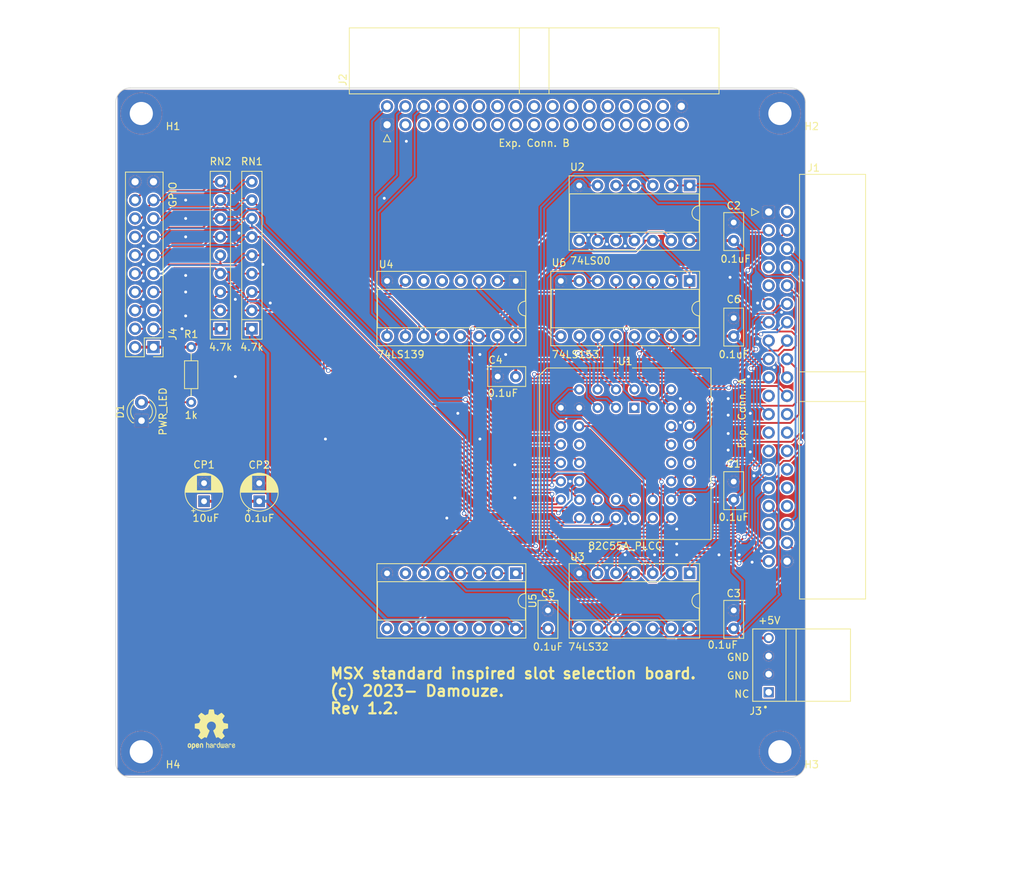
<source format=kicad_pcb>
(kicad_pcb (version 20221018) (generator pcbnew)
  (title_block (title "MSX standard inspired slot selection board.") (date "2023-10-23") (rev "1.2"))
  (layers (0 "F.Cu" mixed) (31 "B.Cu" mixed) (34 "B.Paste" user) (35 "F.Paste" user) (36 "B.SilkS" user "B.Silkscreen") (37 "F.SilkS" user "F.Silkscreen") (38 "B.Mask" user) (39 "F.Mask" user) (44 "Edge.Cuts" user))
  (net 0 "")
  (net 1 "/+5V")
  (net 2 "/GND")
  (net 3 "/~{NMI}")
  (net 4 "/~{RESET}")
  (net 5 "/BUS_CLK")
  (net 6 "/CPU_CLK")
  (net 7 "/~{B_M1}")
  (net 8 "/~{B_IORQ}")
  (net 9 "/~{B_MREQ}")
  (net 10 "/~{B_WR}")
  (net 11 "/~{B_RD}")
  (net 12 "/~{WAIT}")
  (net 13 "/~{B_RFSH}")
  (net 14 "/M_A21")
  (net 15 "/M_A20")
  (net 16 "/M_A19")
  (net 17 "/M_A18")
  (net 18 "/M_A17")
  (net 19 "/M_A16")
  (net 20 "/USER2")
  (net 21 "/USER1")
  (net 22 "/USER3")
  (net 23 "/USER0")
  (net 24 "/B_D7")
  (net 25 "/B_D6")
  (net 26 "/B_D5")
  (net 27 "/B_D4")
  (net 28 "/B_D3")
  (net 29 "/B_D2")
  (net 30 "/B_D1")
  (net 31 "/B_D0")
  (net 32 "/B_A15")
  (net 33 "/B_A14")
  (net 34 "/B_A13")
  (net 35 "/B_A12")
  (net 36 "/~{INT7}")
  (net 37 "/B_A11")
  (net 38 "/~{INT6}")
  (net 39 "/B_A10")
  (net 40 "/~{INT5}")
  (net 41 "/B_A9")
  (net 42 "/~{INT4}")
  (net 43 "/B_A8")
  (net 44 "/~{INT3}")
  (net 45 "/B_A7")
  (net 46 "/~{INT2}")
  (net 47 "/B_A6")
  (net 48 "/B_A5")
  (net 49 "/B_A4")
  (net 50 "/B_A3")
  (net 51 "/B_A2")
  (net 52 "/B_A1")
  (net 53 "/B_A0")
  (net 54 "/~{INT0}")
  (net 55 "/~{INT1}")
  (net 56 "/~{SLTSL3}")
  (net 57 "/~{INT}")
  (net 58 "/~{B_BUSACK}")
  (net 59 "/~{SLTSL2}")
  (net 60 "/~{SLTSL1}")
  (net 61 "/~{SLTSL0}")
  (net 62 "/USER11")
  (net 63 "/USER10")
  (net 64 "/USER9")
  (net 65 "/USER8")
  (net 66 "/USER7")
  (net 67 "/M_A15")
  (net 68 "/USER6")
  (net 69 "/M_A14")
  (net 70 "/USER5")
  (net 71 "/USER4")
  (net 72 "/~{BUSREQ}")
  (net 74 "/~{CS1H}")
  (net 75 "/~{CS1L}")
  (net 76 "/~{CS0H}")
  (net 77 "/~{CS0L}")
  (net 78 "/~{PPI_RD}")
  (net 82 "/RESET")
  (net 83 "/~{PPI_WR}")
  (net 84 "/~{CS3H}")
  (net 85 "/~{CS3L}")
  (net 86 "/~{CS2H}")
  (net 87 "/~{CS2L}")
  (net 88 "Net-(U2-Pad3)")
  (net 89 "Net-(U2-Pad6)")
  (net 90 "Net-(U6-Ea)")
  (net 91 "Net-(U2-Pad10)")
  (net 92 "/Y5")
  (net 93 "Net-(U5-E2)")
  (net 94 "Net-(U4B-E)")
  (net 98 "Net-(U4B-A1)")
  (net 99 "Net-(U4B-A0)")
  (net 100 "/Y7")
  (net 101 "/Y6")
  (net 102 "/Y4")
  (net 103 "/Y3")
  (net 104 "/Y2")
  (net 105 "/Y1")
  (net 106 "/Y0")
  (net 107 "Net-(D1-A)")
  (net 108 "/PC7")
  (net 109 "/PC6")
  (net 110 "/PC5")
  (net 111 "/PC4")
  (net 112 "/PC3")
  (net 113 "/PC2")
  (net 114 "/PC1")
  (net 115 "/PC0")
  (net 116 "/PB7")
  (net 117 "/PB6")
  (net 118 "/PB5")
  (net 119 "/PB4")
  (net 120 "/PB3")
  (net 121 "/PB2")
  (net 122 "/PB1")
  (net 123 "/PB0")
  (footprint "MountingHole:MountingHole_3.2mm_M3_ISO7380_Pad" (layer "F.Cu") (at 28.925 28.925)
    (fp_text reference "H1")
    (fp_text value "MountingHole_Pad")
  )
  (footprint "Symbol:OSHW-Logo2_7.3x6mm_SilkScreen" (layer "F.Cu") (at 38.608 114.046)
    (fp_text reference "REF**" hide)
    (fp_text value "OSHW-Logo2_7.3x6mm_SilkScreen" hide)
  )
  (footprint "Package_DIP:DIP-16_W7.62mm_Socket" (layer "F.Cu") (at 80.645 52.07 -90)
    (fp_text reference "U4")
    (fp_text value "74LS139")
  )
  (footprint "LED_THT:LED_D3.0mm" (layer "F.Cu") (at 28.956 71.374 90)
    (fp_text reference "D1")
    (fp_text value "PWR_LED")
  )
  (footprint "Capacitor_THT:C_Disc_D5.0mm_W2.5mm_P2.50mm" (layer "F.Cu") (at 80.645 65.278 180)
    (fp_text reference "C4")
    (fp_text value "0.1uF")
  )
  (footprint "Package_DIP:DIP-14_W7.62mm_Socket" (layer "F.Cu") (at 104.648 38.872 -90)
    (fp_text reference "U2")
    (fp_text value "74LS00")
  )
  (footprint "Capacitor_THT:CP_Radial_D5.0mm_P2.50mm" (layer "F.Cu") (at 37.592 82.51 90)
    (fp_text reference "CP1")
    (fp_text value "10uF")
  )
  (footprint "Capacitor_THT:C_Disc_D5.0mm_W2.5mm_P2.50mm" (layer "F.Cu") (at 110.744 59.69 90)
    (fp_text reference "C6")
    (fp_text value "0.1uF")
  )
  (footprint "Connector_PinHeader_2.54mm:PinHeader_2x10_P2.54mm_Vertical" (layer "F.Cu") (at 30.607 61.214 180)
    (fp_text reference "J4")
    (fp_text value "GPIO")
  )
  (footprint "MountingHole:MountingHole_3.2mm_M3_ISO7380_Pad" (layer "F.Cu") (at 117.125 28.925)
    (fp_text reference "H2")
    (fp_text value "MountingHole_Pad")
  )
  (footprint "Capacitor_THT:C_Disc_D5.0mm_W2.5mm_P2.50mm" (layer "F.Cu") (at 110.744 82.296 90)
    (fp_text reference "C1")
    (fp_text value "0.1uF")
  )
  (footprint "Resistor_THT:R_Array_SIP9" (layer "F.Cu") (at 39.846 58.674 90)
    (fp_text reference "RN2")
    (fp_text value "4.7k")
  )
  (footprint "Connector_IDC:IDC-Header_2x20_P2.54mm_Horizontal" (layer "F.Cu") (at 115.57 42.545)
    (fp_text reference "J1")
    (fp_text value "Exp. Conn. A")
  )
  (footprint "Package_DIP:DIP-16_W7.62mm_Socket" (layer "F.Cu") (at 80.645 92.466 -90)
    (fp_text reference "U5")
    (fp_text value "74LS138")
  )
  (footprint "Package_DIP:DIP-16_W7.62mm_Socket" (layer "F.Cu") (at 104.648 52.07 -90)
    (fp_text reference "U6")
    (fp_text value "74LS153")
  )
  (footprint "Capacitor_THT:C_Disc_D5.0mm_W2.5mm_P2.50mm" (layer "F.Cu") (at 110.744 46.492 90)
    (fp_text reference "C2")
    (fp_text value "0.1uF")
  )
  (footprint "Resistor_THT:R_Array_SIP9" (layer "F.Cu") (at 44.196 58.674 90)
    (fp_text reference "RN1")
    (fp_text value "4.7k")
  )
  (footprint "Package_DIP:DIP-14_W7.62mm_Socket" (layer "F.Cu") (at 104.648 92.466 -90)
    (fp_text reference "U3")
    (fp_text value "74LS32")
  )
  (footprint "Capacitor_THT:C_Disc_D5.0mm_W2.5mm_P2.50mm" (layer "F.Cu") (at 110.744 100.086 90)
    (fp_text reference "C3")
    (fp_text value "0.1uF")
  )
  (footprint "Capacitor_THT:CP_Radial_D5.0mm_P2.50mm" (layer "F.Cu") (at 45.212 82.51 90)
    (fp_text reference "CP2")
    (fp_text value "0.1uF")
  )
  (footprint "Capacitor_THT:C_Disc_D5.0mm_W2.5mm_P2.50mm" (layer "F.Cu") (at 85.09 100.086 90)
    (fp_text reference "C5")
    (fp_text value "0.1uF")
  )
  (footprint "Package_LCC:PLCC-44_THT-Socket" (layer "F.Cu") (at 97.028 69.596)
    (fp_text reference "U1")
    (fp_text value "82C55A_PLCC")
  )
  (footprint "footprints:TE_171826-4" (layer "F.Cu") (at 120.12 105.156 90)
    (fp_text reference "J3")
    (fp_text value "Power")
  )
  (footprint "MountingHole:MountingHole_3.2mm_M3_ISO7380_Pad" (layer "F.Cu") (at 28.925 117.125)
    (fp_text reference "H4")
    (fp_text value "MountingHole_Pad")
  )
  (footprint "Connector_IDC:IDC-Header_2x17_P2.54mm_Horizontal" (layer "F.Cu") (at 62.865 30.48 90)
    (fp_text reference "J2")
    (fp_text value "Exp. Conn. B")
  )
  (footprint "Resistor_THT:R_Axial_DIN0204_L3.6mm_D1.6mm_P7.62mm_Horizontal" (layer "F.Cu") (at 35.814 61.214 -90)
    (fp_text reference "R1")
    (fp_text value "1k")
  )
  (footprint "MountingHole:MountingHole_3.2mm_M3_ISO7380_Pad" (layer "F.Cu") (at 117.125 117.125)
    (fp_text reference "H3")
    (fp_text value "MountingHole_Pad")
  )
  (gr_line (start 25.4 27.4) (end 25.4 118.65) (stroke (width 0.1)) (layer "Edge.Cuts"))
  (gr_line (start 120.65 27.4) (end 120.65 118.65) (stroke (width 0.1)) (layer "Edge.Cuts"))
  (gr_arc (start 120.65 118.65) (mid 120.064214 120.064214) (end 118.65 120.65) (stroke (width 0.1)) (layer "Edge.Cuts"))
  (gr_arc (start 27.4 120.65) (mid 25.985786 120.064214) (end 25.4 118.65) (stroke (width 0.1)) (layer "Edge.Cuts"))
  (gr_arc (start 25.4 27.4) (mid 25.985786 25.985786) (end 27.4 25.4) (stroke (width 0.1)) (layer "Edge.Cuts"))
  (gr_arc (start 118.65 25.4) (mid 120.064214 25.985786) (end 120.65 27.4) (stroke (width 0.1)) (layer "Edge.Cuts"))
  (gr_line (start 27.4 120.65) (end 118.65 120.65) (stroke (width 0.1)) (layer "Edge.Cuts"))
  (gr_line (start 27.4 25.4) (end 118.65 25.4) (stroke (width 0.1)) (layer "Edge.Cuts"))
  (gr_text "GND" (at 109.728 104.648) (layer "F.SilkS") (effects (font (size 1 1)) (justify left bottom)))
  (gr_text "MSX standard inspired slot selection board.\n(c) 2023- Damouze.\nRev ${REVISION}.\n" (at 54.864 112.014) (layer "F.SilkS") (effects (font (size 1.5 1.5) (thickness 0.3) bold) (justify left bottom)))
  (gr_text "+5V\n" (at 114.046 99.568) (layer "F.SilkS") (effects (font (size 1 1)) (justify left bottom)))
  (gr_text "GND\n" (at 109.728 107.188) (layer "F.SilkS") (effects (font (size 1 1)) (justify left bottom)))
  (gr_text "NC" (at 110.744 109.728) (layer "F.SilkS") (effects (font (size 1 1)) (justify left bottom)))
  (segment (start 30.607 61.214) (end 28.067 61.214) (width 0.4) (layer "F.Cu") (net 1))
  (segment (start 104.648 59.69) (end 103.4479 59.69) (width 0.4) (layer "F.Cu") (net 1))
  (segment (start 85.09 100.086) (end 80.645 100.086) (width 0.4) (layer "F.Cu") (net 1))
  (segment (start 110.744 46.492) (end 104.648 46.492) (width 0.4) (layer "F.Cu") (net 1))
  (segment (start 110.744 59.69) (end 104.648 59.69) (width 0.4) (layer "F.Cu") (net 1))
  (segment (start 103.896 100.086) (end 103.886 100.076) (width 0.4) (layer "F.Cu") (net 1))
  (segment (start 112.064 101.406) (end 110.744 100.086) (width 0.4) (layer "F.Cu") (net 1))
  (segment (start 80.645 62.934) (end 100.5769 62.934) (width 0.4) (layer "F.Cu") (net 1))
  (segment (start 80.645 62.934) (end 80.645 65.278) (width 0.4) (layer "F.Cu") (net 1))
  (segment (start 110.744 100.086) (end 104.648 100.086) (width 0.4) (layer "F.Cu") (net 1))
  (segment (start 45.212 82.51) (end 37.592 82.51) (width 0.4) (layer "F.Cu") (net 1))
  (segment (start 86.3304 101.3264) (end 85.09 100.086) (width 0.4) (layer "F.Cu") (net 1))
  (segment (start 36.1059 61.214) (end 38.6459 58.674) (width 0.4) (layer "F.Cu") (net 1))
  (segment (start 80.645 59.69) (end 80.645 62.934) (width 0.4) (layer "F.Cu") (net 1))
  (segment (start 103.886 100.076) (end 103.8309 100.076) (width 0.4) (layer "F.Cu") (net 1))
  (segment (start 103.8309 100.076) (end 102.5805 101.3264) (width 0.4) (layer "F.Cu") (net 1))
  (segment (start 102.5805 101.3264) (end 86.3304 101.3264) (width 0.4) (layer "F.Cu") (net 1))
  (segment (start 115.57 101.406) (end 112.064 101.406) (width 0.4) (layer "F.Cu") (net 1))
  (segment (start 35.814 61.214) (end 36.1059 61.214) (width 0.4) (layer "F.Cu") (net 1))
  (segment (start 104.648 100.086) (end 103.896 100.086) (width 0.4) (layer "F.Cu") (net 1))
  (segment (start 39.846 58.674) (end 38.6459 58.674) (width 0.4) (layer "F.Cu") (net 1))
  (segment (start 44.196 58.674) (end 39.846 58.674) (width 0.4) (layer "F.Cu") (net 1))
  (segment (start 100.5769 62.934) (end 103.4479 60.063) (width 0.4) (layer "F.Cu") (net 1))
  (segment (start 103.4479 60.063) (end 103.4479 59.69) (width 0.4) (layer "F.Cu") (net 1))
  (segment (start 30.607 61.214) (end 35.814 61.214) (width 0.4) (layer "F.Cu") (net 1))
  (segment (start 110.744 82.296) (end 104.648 82.296) (width 0.4) (layer "F.Cu") (net 1))
  (segment (start 111.9453 58.4887) (end 111.9453 47.6933) (width 0.4) (layer "B.Cu") (net 1))
  (segment (start 80.645 58.3501) (end 75.565 53.2701) (width 0.4) (layer "B.Cu") (net 1))
  (segment (start 80.645 59.69) (end 80.645 58.3501) (width 0.4) (layer "B.Cu") (net 1))
  (segment (start 46.4121 62.0902) (end 44.196 59.8741) (width 0.4) (layer "B.Cu") (net 1))
  (segment (start 46.4121 82.51) (end 46.4121 62.0902) (width 0.4) (layer "B.Cu") (net 1))
  (segment (start 44.196 58.674) (end 44.196 59.8741) (width 0.4) (layer "B.Cu") (net 1))
  (segment (start 111.9453 47.6933) (end 110.744 46.492) (width 0.4) (layer "B.Cu") (net 1))
  (segment (start 75.565 52.07) (end 75.565 53.2701) (width 0.4) (layer "B.Cu") (net 1))
  (segment (start 46.2621 82.51) (end 46.4121 82.51) (width 0.4) (layer "B.Cu") (net 1))
  (segment (start 62.788 98.8859) (end 46.4121 82.51) (width 0.4) (layer "B.Cu") (net 1))
  (segment (start 111.9442 93.5254) (end 111.9442 98.8858) (width 0.4) (layer "B.Cu") (net 1))
  (segment (start 110.744 82.296) (end 110.6654 82.3746) (width 0.4) (layer "B.Cu") (net 1))
  (segment (start 111.9442 98.8858) (end 110.744 100.086) (width 0.4) (layer "B.Cu") (net 1))
  (segment (start 80.645 100.086) (end 79.4449 98.8859) (width 0.4) (layer "B.Cu") (net 1))
  (segment (start 111.9442 60.8902) (end 110.744 59.69) (width 0.4) (layer "B.Cu") (net 1))
  (segment (start 79.4449 98.8859) (end 62.788 98.8859) (width 0.4) (layer "B.Cu") (net 1))
  (segment (start 110.744 59.69) (end 111.9453 58.4887) (width 0.4) (layer "B.Cu") (net 1))
  (segment (start 110.6654 82.3746) (end 110.6654 92.2466) (width 0.4) (layer "B.Cu") (net 1))
  (segment (start 111.9442 81.0958) (end 111.9442 60.8902) (width 0.4) (layer "B.Cu") (net 1))
  (segment (start 110.6654 92.2466) (end 111.9442 93.5254) (width 0.4) (layer "B.Cu") (net 1))
  (segment (start 110.744 82.296) (end 111.9442 81.0958) (width 0.4) (layer "B.Cu") (net 1))
  (segment (start 45.212 82.51) (end 46.2621 82.51) (width 0.4) (layer "B.Cu") (net 1))
  (via (at 117.348 56.388) (size 0.6) (drill 0.4) (layers "F.Cu" "B.Cu") (net 2))
  (via (at 35.052 45.974) (size 0.6) (drill 0.4) (layers "F.Cu" "B.Cu") (net 2))
  (via (at 75.692 73.914) (size 0.6) (drill 0.4) (layers "F.Cu" "B.Cu") (net 2))
  (via (at 103.378 68.326) (size 0.6) (drill 0.4) (layers "F.Cu" "B.Cu") (net 2))
  (via (at 90.678 45.72) (size 0.6) (drill 0.4) (layers "F.Cu" "B.Cu") (net 2))
  (via (at 71.12 84.836) (size 0.6) (drill 0.4) (layers "F.Cu" "B.Cu") (net 2))
  (via (at 41.91 65.278) (size 0.6) (drill 0.4) (layers "F.Cu" "B.Cu") (net 2))
  (via (at 102.87 86.36) (size 0.6) (drill 0.4) (layers "F.Cu" "B.Cu") (net 2))
  (via (at 110.236 51.562) (size 0.6) (drill 0.4) (layers "F.Cu" "B.Cu") (net 2))
  (via (at 79.248 62.23) (size 0.6) (drill 0.4) (layers "F.Cu" "B.Cu") (net 2))
  (via (at 35.052 40.894) (size 0.6) (drill 0.4) (layers "F.Cu" "B.Cu") (net 2))
  (via (at 29.21 57.404) (size 0.6) (drill 0.4) (layers "F.Cu" "B.Cu") (net 2))
  (via (at 41.91 54.61) (size 0.6) (drill 0.4) (layers "F.Cu" "B.Cu") (net 2))
  (via (at 72.644 70.358) (size 0.6) (drill 0.4) (layers "F.Cu" "B.Cu") (net 2))
  (via (at 113.03 75.692) (size 0.6) (drill 0.4) (layers "F.Cu" "B.Cu") (net 2))
  (via (at 93.218 91.694) (size 0.6) (drill 0.4) (layers "F.Cu" "B.Cu") (net 2))
  (via (at 35.052 56.896) (size 0.6) (drill 0.4) (layers "F.Cu" "B.Cu") (net 2))
  (via (at 108.712 89.916) (size 0.6) (drill 0.4) (layers "F.Cu" "B.Cu") (net 2))
  (via (at 65.532 32.766) (size 0.6) (drill 0.4) (layers "F.Cu" "B.Cu") (net 2))
  (via (at 109.982 68.326) (size 0.6) (drill 0.4) (layers "F.Cu" "B.Cu") (net 2))
  (via (at 90.932 89.408) (size 0.6) (drill 0.4) (layers "F.Cu" "B.Cu") (net 2))
  (via (at 103.378 71.628) (size 0.6) (drill 0.4) (layers "F.Cu" "B.Cu") (net 2))
  (via (at 54.356 73.914) (size 0.6) (drill 0.4) (layers "F.Cu" "B.Cu") (net 2))
  (via (at 95.758 47.244) (size 0.6) (drill 0.4) (layers "F.Cu" "B.Cu") (net 2))
  (via (at 34.544 58.674) (size 0.6) (drill 0.4) (layers "F.Cu" "B.Cu") (net 2))
  (via (at 75.692 62.23) (size 0.6) (drill 0.4) (layers "F.Cu" "B.Cu") (net 2))
  (via (at 102.87 89.916) (size 0.6) (drill 0.4) (layers "F.Cu" "B.Cu") (net 2))
  (via (at 80.518 82.042) (size 0.6) (drill 0.4) (layers "F.Cu" "B.Cu") (net 2))
  (via (at 29.21 49.784) (size 0.6) (drill 0.4) (layers "F.Cu" "B.Cu") (net 2))
  (via (at 99.822 89.916) (size 0.6) (drill 0.4) (layers "F.Cu" "B.Cu") (net 2))
  (via (at 114.046 60.452) (size 0.6) (drill 0.4) (layers "F.Cu" "B.Cu") (net 2))
  (via (at 29.21 47.244) (size 0.6) (drill 0.4) (layers "F.Cu" "B.Cu") (net 2))
  (via (at 109.982 73.152) (size 0.6) (drill 0.4) (layers "F.Cu" "B.Cu") (net 2))
  (via (at 88.138 79.756) (size 0.6) (drill 0.4) (layers "F.Cu" "B.Cu") (net 2))
  (via (at 29.21 54.61) (size 0.6) (drill 0.4) (layers "F.Cu" "B.Cu") (net 2))
  (via (at 62.484 40.64) (size 0.6) (drill 0.4) (layers "F.Cu" "B.Cu") (net 2))
  (via (at 114.046 55.118) (size 0.6) (drill 0.4) (layers "F.Cu" "B.Cu") (net 2))
  (via (at 35.052 53.594) (size 0.6) (drill 0.4) (layers "F.Cu" "B.Cu") (net 2))
  (via (at 93.218 46.99) (size 0.6) (drill 0.4) (layers "F.Cu" "B.Cu") (net 2))
  (via (at 42.418 45.466) (size 0.6) (drill 0.4) (layers "F.Cu" "B.Cu") (net 2))
  (via (at 46.736 55.118) (size 0.6) (drill 0.4) (layers "F.Cu" "B.Cu") (net 2))
  (via (at 35.052 43.434) (size 0.6) (drill 0.4) (layers "F.Cu" "B.Cu") (net 2))
  (via (at 111.506 89.916) (size 0.6) (drill 0.4) (layers "F.Cu" "B.Cu") (net 2))
  (via (at 95.758 85.598) (size 0.6) (drill 0.4) (layers "F.Cu" "B.Cu") (net 2))
  (via (at 113.284 90.932) (size 0.6) (drill 0.4) (layers "F.Cu" "B.Cu") (net 2))
  (via (at 116.332 64.008) (size 0.6) (drill 0.4) (layers "F.Cu" "B.Cu") (net 2))
  (via (at 102.87 88.392) (size 0.6) (drill 0.4) (layers "F.Cu" "B.Cu") (net 2))
  (via (at 113.538 78.994) (size 0.6) (drill 0.4) (layers "F.Cu" "B.Cu") (net 2))
  (via (at 80.518 77.47) (size 0.6) (drill 0.4) (layers "F.Cu" "B.Cu") (net 2))
  (via (at 112.776 65.278) (size 0.6) (drill 0.4) (layers "F.Cu" "B.Cu") (net 2))
  (via (at 35.052 51.308) (size 0.6) (drill 0.4) (layers "F.Cu" "B.Cu") (net 2))
  (via (at 29.21 44.704) (size 0.6) (drill 0.4) (layers "F.Cu" "B.Cu") (net 2))
  (via (at 95.758 89.916) (size 0.6) (drill 0.4) (layers "F.Cu" "B.Cu") (net 2))
  (via (at 114.554 89.408) (size 0.6) (drill 0.4) (layers "F.Cu" "B.Cu") (net 2))
  (via (at 29.21 52.07) (size 0.6) (drill 0.4) (layers "F.Cu" "B.Cu") (net 2))
  (via (at 109.982 70.612) (size 0.6) (drill 0.4) (layers "F.Cu" "B.Cu") (net 2))
  (via (at 113.03 70.358) (size 0.6) (drill 0.4) (layers "F.Cu" "B.Cu") (net 2))
  (via (at 45.72 49.784) (size 0.6) (drill 0.4) (layers "F.Cu" "B.Cu") (net 2))
  (via (at 95.758 91.694) (size 0.6) (drill 0.4) (layers "F.Cu" "B.Cu") (net 2))
  (via (at 109.982 75.438) (size 0.6) (drill 0.4) (layers "F.Cu" "B.Cu") (net 2))
  (via (at 86.36 89.408) (size 0.6) (drill 0.4) (layers "F.Cu" "B.Cu") (net 2))
  (segment (start 79.305 64.118) (end 79.305 62.287) (width 0.4) (layer "B.Cu") (net 2))
  (segment (start 110.744 79.796) (end 109.593 78.6448) (width 0.4) (layer "B.Cu") (net 2))
  (segment (start 64.135 53.34) (end 62.865 52.07) (width 0.4) (layer "B.Cu") (net 2))
  (segment (start 85.09 97.586) (end 67.985 97.586) (width 0.4) (layer "B.Cu") (net 2))
  (segment (start 79.305 62.287) (end 79.248 62.23) (width 0.4) (layer "B.Cu") (net 2))
  (segment (start 110.744 57.19) (end 91.988 57.19) (width 0.4) (layer "B.Cu") (net 2))
  (segment (start 67.985 97.586) (end 62.865 92.466) (width 0.4) (layer "B.Cu") (net 2))
  (segment (start 109.593 78.6448) (end 98.4568 78.6448) (width 0.4) (layer "B.Cu") (net 2))
  (segment (start 89.408 69.596) (end 86.868 69.596) (width 0.4) (layer "B.Cu") (net 2))
  (segment (start 79.248 62.23) (end 79.305 62.173) (width 0.4) (layer "B.Cu") (net 2))
  (segment (start 94.528 43.992) (end 89.408 38.872) (width 0.4) (layer "B.Cu") (net 2))
  (segment (start 79.305 62.173) (end 79.305 59.1929) (width 0.4) (layer "B.Cu") (net 2))
  (segment (start 94.528 97.586) (end 89.408 92.466) (width 0.4) (layer "B.Cu") (net 2))
  (segment (start 78.145 65.278) (end 79.305 64.118) (width 0.4) (layer "B.Cu") (net 2))
  (segment (start 79.305 59.1929) (end 73.4521 53.34) (width 0.4) (layer "B.Cu") (net 2))
  (segment (start 110.744 43.992) (end 94.528 43.992) (width 0.4) (layer "B.Cu") (net 2))
  (segment (start 91.988 57.19) (end 86.868 52.07) (width 0.4) (layer "B.Cu") (net 2))
  (segment (start 45.212 80.01) (end 37.592 80.01) (width 0.4) (layer "B.Cu") (net 2))
  (segment (start 98.4568 78.6448) (end 89.408 69.596) (width 0.4) (layer "B.Cu") (net 2))
  (segment (start 110.744 97.586) (end 94.528 97.586) (width 0.4) (layer "B.Cu") (net 2))
  (segment (start 73.4521 53.34) (end 64.135 53.34) (width 0.4) (layer "B.Cu") (net 2))
  (segment (start 105.713991 45.967) (end 105.113991 45.367) (width 0.25) (layer "F.Cu") (net 4))
  (segment (start 79.2301 52.07) (end 78.105 52.07) (width 0.25) (layer "F.Cu") (net 4))
  (segment (start 115.57 45.085) (end 115.288 45.367) (width 0.25) (layer "F.Cu") (net 4))
  (segment (start 115.288 45.367) (end 110.278009 45.367) (width 0.25) (layer "F.Cu") (net 4))
  (segment (start 110.278009 45.367) (end 109.678009 45.967) (width 0.25) (layer "F.Cu") (net 4))
  (segment (start 93.6356 45.367) (end 92.5106 46.492) (width 0.25) (layer "F.Cu") (net 4))
  (segment (start 109.678009 45.967) (end 105.713991 45.967) (width 0.25) (layer "F.Cu") (net 4))
  (segment (start 91.948 46.492) (end 92.5106 46.492) (width 0.25) (layer "F.Cu") (net 4))
  (segment (start 79.2301 51.3566) (end 79.2301 52.07) (width 0.25) (layer "F.Cu") (net 4))
  (segment (start 90.9766 44.958) (end 85.6287 44.958) (width 0.25) (layer "F.Cu") (net 4))
  (segment (start 105.113991 45.367) (end 93.6356 45.367) (width 0.25) (layer "F.Cu") (net 4))
  (segment (start 85.6287 44.958) (end 79.2301 51.3566) (width 0.25) (layer "F.Cu") (net 4))
  (segment (start 92.5106 46.492) (end 90.9766 44.958) (width 0.25) (layer "F.Cu") (net 4))
  (segment (start 76.9818 58.4153) (end 74.9558 58.4153) (width 0.25) (layer "F.Cu") (net 7))
  (segment (start 85.1051 50.292) (end 76.9818 58.4153) (width 0.25) (layer "F.Cu") (net 7))
  (segment (start 110.617 50.292) (end 85.1051 50.292) (width 0.25) (layer "F.Cu") (net 7))
  (segment (start 74.9558 58.4153) (end 74.6958 58.6753) (width 0.25) (layer "F.Cu") (net 7))
  (segment (start 115.57 55.245) (end 110.617 50.292) (width 0.25) (layer "F.Cu") (net 7))
  (via (at 74.6958 58.6753) (size 0.6) (drill 0.4) (layers "F.Cu" "B.Cu") (net 7))
  (segment (start 74.6958 58.6753) (end 74.4191 58.952) (width 0.25) (layer "B.Cu") (net 7))
  (segment (start 74.4191 58.952) (end 74.4191 84.8668) (width 0.25) (layer "B.Cu") (net 7))
  (segment (start 67.945 92.466) (end 67.945 91.3409) (width 0.25) (layer "B.Cu") (net 7))
  (segment (start 74.4191 84.8668) (end 67.945 91.3409) (width 0.25) (layer "B.Cu") (net 7))
  (segment (start 74.1501 92.2328) (end 74.1501 92.466) (width 0.25) (layer "F.Cu") (net 8))
  (segment (start 73.025 92.466) (end 74.1501 92.466) (width 0.25) (layer "F.Cu") (net 8))
  (segment (start 109.0245 64.9655) (end 83.2013 64.9655) (width 0.25) (layer "F.Cu") (net 8))
  (segment (start 115.57 57.785) (end 114.427 57.785) (width 0.25) (layer "F.Cu") (net 8))
  (segment (start 114.427 57.785) (end 112.7391 59.4729) (width 0.25) (layer "F.Cu") (net 8))
  (segment (start 112.7391 61.2509) (end 109.0245 64.9655) (width 0.25) (layer "F.Cu") (net 8))
  (segment (start 112.7391 59.4729) (end 112.7391 61.2509) (width 0.25) (layer "F.Cu") (net 8))
  (segment (start 83.377 88.6937) (end 77.6892 88.6937) (width 0.25) (layer "F.Cu") (net 8))
  (segment (start 77.6892 88.6937) (end 74.1501 92.2328) (width 0.25) (layer "F.Cu") (net 8))
  (via (at 83.377 88.6937) (size 0.6) (drill 0.4) (layers "F.Cu" "B.Cu") (net 8))
  (via (at 83.2013 64.9655) (size 0.6) (drill 0.4) (layers "F.Cu" "B.Cu") (net 8))
  (segment (start 83.2013 88.518) (end 83.377 88.6937) (width 0.25) (layer "B.Cu") (net 8))
  (segment (start 83.2013 64.9655) (end 83.2013 88.518) (width 0.25) (layer "B.Cu") (net 8))
  (segment (start 117.094 95.3805) (end 111.2149 101.2596) (width 0.25) (layer "B.Cu") (net 9))
  (segment (start 116.935 63.351701) (end 117.094 63.510701) (width 0.25) (layer "B.Cu") (net 9))
  (segment (start 116.935 62.568299) (end 116.935 63.351701) (width 0.25) (layer "B.Cu") (net 9))
  (segment (start 116.056701 61.69) (end 116.935 62.568299) (width 0.25) (layer "B.Cu") (net 9))
  (segment (start 115.57 60.325) (end 115.57 61.214) (width 0.25) (layer "B.Cu") (net 9))
  (segment (start 117.094 63.510701) (end 117.094 64.759299) (width 0.25) (layer "B.Cu") (net 9))
  (segment (start 111.2149 101.2596) (end 101.6335 101.2596) (width 0.25) (layer "B.Cu") (net 9))
  (segment (start 116.935 64.918299) (end 116.935 95.2215) (width 0.25) (layer "B.Cu") (net 9))
  (segment (start 100.6931 100.3192) (end 100.6931 100.086) (width 0.25) (layer "B.Cu") (net 9))
  (segment (start 116.046 61.69) (end 116.056701 61.69) (width 0.25) (layer "B.Cu") (net 9))
  (segment (start 101.6335 101.2596) (end 100.6931 100.3192) (width 0.25) (layer "B.Cu") (net 9))
  (segment (start 100.6931 100.086) (end 99.568 100.086) (width 0.25) (layer "B.Cu") (net 9))
  (segment (start 115.57 61.214) (end 116.046 61.69) (width 0.25) (layer "B.Cu") (net 9))
  (segment (start 116.935 95.2215) (end 117.094 95.3805) (width 0.25) (layer "B.Cu") (net 9))
  (segment (start 117.094 64.759299) (end 116.935 64.918299) (width 0.25) (layer "B.Cu") (net 9))
  (segment (start 110.567 89.1049) (end 95.3982 89.1049) (width 0.25) (layer "F.Cu") (net 10))
  (segment (start 114.4408 62.865) (end 113.1311 64.1747) (width 0.25) (layer "F.Cu") (net 10))
  (segment (start 112.2117 87.4602) (end 110.567 89.1049) (width 0.25) (layer "F.Cu") (net 10))
  (segment (start 115.57 62.865) (end 114.4408 62.865) (width 0.25) (layer "F.Cu") (net 10))
  (via (at 112.2117 87.4602) (size 0.6) (drill 0.4) (layers "F.Cu" "B.Cu") (net 10))
  (via (at 95.3982 89.1049) (size 0.6) (drill 0.4) (layers "F.Cu" "B.Cu") (net 10))
  (via (at 113.1311 64.1747) (size 0.6) (drill 0.4) (layers "F.Cu" "B.Cu") (net 10))
  (segment (start 113.4948 69.682592) (end 113.792 69.979792) (width 0.25) (layer "B.Cu") (net 10))
  (segment (start 113.792 69.979792) (end 113.792 76.921416) (width 0.25) (layer "B.Cu") (net 10))
  (segment (start 113.792 76.921416) (end 112.8292 77.884216) (width 0.25) (layer "B.Cu") (net 10))
  (segment (start 113.4948 64.5384) (end 113.4948 69.682592) (width 0.25) (layer "B.Cu") (net 10))
  (segment (start 94.488 90.0151) (end 94.488 92.466) (width 0.25) (layer "B.Cu") (net 10))
  (segment (start 112.8292 77.884216) (end 112.8292 86.8427) (width 0.25) (layer "B.Cu") (net 10))
  (segment (start 95.3982 89.1049) (end 94.488 90.0151) (width 0.25) (layer "B.Cu") (net 10))
  (segment (start 112.8292 86.8427) (end 112.2117 87.4602) (width 0.25) (layer "B.Cu") (net 10))
  (segment (start 113.1311 64.1747) (end 113.4948 64.5384) (width 0.25) (layer "B.Cu") (net 10))
  (segment (start 115.57 65.405) (end 114.9265 66.0485) (width 0.25) (layer "F.Cu") (net 11))
  (segment (start 114.9265 66.0485) (end 110.9646 66.0485) (width 0.25) (layer "F.Cu") (net 11))
  (segment (start 110.0356 77.3401) (end 110.1069 77.3401) (width 0.25) (layer "F.Cu") (net 11))
  (segment (start 107.926 79.4497) (end 110.0356 77.3401) (width 0.25) (layer "F.Cu") (net 11))
  (segment (start 110.1069 77.3401) (end 110.1069 77.34) (width 0.25) (layer "F.Cu") (net 11))
  (via (at 107.926 79.4497) (size 0.6) (drill 0.4) (layers "F.Cu" "B.Cu") (net 11))
  (via (at 110.1069 77.34) (size 0.6) (drill 0.4) (layers "F.Cu" "B.Cu") (net 11))
  (via (at 110.9646 66.0485) (size 0.6) (drill 0.4) (layers "F.Cu" "B.Cu") (net 11))
  (segment (start 110.9646 66.0485) (end 110.9646 76.4823) (width 0.25) (layer "B.Cu") (net 11))
  (segment (start 104.648 92.466) (end 104.648 91.3409) (width 0.25) (layer "B.Cu") (net 11))
  (segment (start 110.9646 76.4823) (end 110.1069 77.34) (width 0.25) (layer "B.Cu") (net 11))
  (segment (start 108.3167 79.8404) (end 107.926 79.4497) (width 0.25) (layer "B.Cu") (net 11))
  (segment (start 108.3167 87.6722) (end 108.3167 79.8404) (width 0.25) (layer "B.Cu") (net 11))
  (segment (start 104.648 91.3409) (end 108.3167 87.6722) (width 0.25) (layer "B.Cu") (net 11))
  (segment (start 94.488 38.872) (end 97.028 38.872) (width 0.25) (layer "F.Cu") (net 13))
  (segment (start 113.3209 44.9575) (end 113.3209 50.850384) (width 0.25) (layer "B.Cu") (net 13))
  (segment (start 114.3948 63.918004) (end 114.3948 69.3098) (width 0.25) (layer "B.Cu") (net 13))
  (segment (start 113.3209 50.850384) (end 112.9203 51.250984) (width 0.25) (layer "B.Cu") (net 13))
  (segment (start 98.1531 39.1052) (end 100.3388 41.2909) (width 0.25) (layer "B.Cu") (net 13))
  (segment (start 100.3388 41.2909) (end 109.6543 41.2909) (width 0.25) (layer "B.Cu") (net 13))
  (segment (start 112.9203 62.443504) (end 114.3948 63.918004) (width 0.25) (layer "B.Cu") (net 13))
  (segment (start 97.028 38.872) (end 98.1531 38.872) (width 0.25) (layer "B.Cu") (net 13))
  (segment (start 98.1531 38.872) (end 98.1531 39.1052) (width 0.25) (layer "B.Cu") (net 13))
  (segment (start 109.6543 41.2909) (end 113.3209 44.9575) (width 0.25) (layer "B.Cu") (net 13))
  (segment (start 114.3948 69.3098) (end 115.57 70.485) (width 0.25) (layer "B.Cu") (net 13))
  (segment (start 112.9203 51.250984) (end 112.9203 62.443504) (width 0.25) (layer "B.Cu") (net 13))
  (segment (start 108.551 79.461096) (end 110.047096 77.965) (width 0.25) (layer "F.Cu") (net 24))
  (segment (start 113.6791 77.670712) (end 113.6791 77.9182) (width 0.25) (layer "F.Cu") (net 24))
  (segment (start 111.165884 77.1649) (end 113.173288 77.1649) (width 0.25) (layer "F.Cu") (net 24))
  (segment (start 116.84 48.056) (end 116.84 46.355) (width 0.25) (layer "F.Cu") (net 24))
  (segment (start 108.551 79.708584) (end 108.551 79.461096) (width 0.25) (layer "F.Cu") (net 24))
  (segment (start 116.0958 48.8002) (end 116.84 48.056) (width 0.25) (layer "F.Cu") (net 24))
  (segment (start 116.84 46.355) (end 118.11 45.085) (width 0.25) (layer "F.Cu") (net 24))
  (segment (start 114.4872 48.8002) (end 116.0958 48.8002) (width 0.25) (layer "F.Cu") (net 24))
  (segment (start 110.365784 77.965) (end 111.165884 77.1649) (width 0.25) (layer "F.Cu") (net 24))
  (segment (start 112.6959 50.5915) (end 114.4872 48.8002) (width 0.25) (layer "F.Cu") (net 24))
  (segment (start 110.047096 77.965) (end 110.365784 77.965) (width 0.25) (layer "F.Cu") (net 24))
  (segment (start 107.990284 80.2693) (end 108.551 79.708584) (width 0.25) (layer "F.Cu") (net 24))
  (segment (start 113.173288 77.1649) (end 113.6791 77.670712) (width 0.25) (layer "F.Cu") (net 24))
  (segment (start 107.6916 80.2693) (end 107.990284 80.2693) (width 0.25) (layer "F.Cu") (net 24))
  (via (at 112.6959 50.5915) (size 0.6) (drill 0.4) (layers "F.Cu" "B.Cu") (net 24))
  (via (at 113.6791 77.9182) (size 0.6) (drill 0.4) (layers "F.Cu" "B.Cu") (net 24))
  (via (at 107.6916 80.2693) (size 0.6) (drill 0.4) (layers "F.Cu" "B.Cu") (net 24))
  (segment (start 112.4703 62.6277) (end 112.4703 50.8171) (width 0.25) (layer "B.Cu") (net 24))
  (segment (start 112.4703 50.8171) (end 112.6959 50.5915) (width 0.25) (layer "B.Cu") (net 24))
  (segment (start 113.9448 69.496196) (end 113.9448 64.1044) (width 0.25) (layer "B.Cu") (net 24))
  (segment (start 103.378 81.026) (end 106.9349 81.026) (width 0.25) (layer "B.Cu") (net 24))
  (segment (start 114.3 77.2973) (end 114.3 69.851396) (width 0.25) (layer "B.Cu") (net 24))
  (segment (start 102.108 82.296) (end 103.378 81.026) (width 0.25) (layer "B.Cu") (net 24))
  (segment (start 106.9349 81.026) (end 107.6916 80.2693) (width 0.25) (layer "B.Cu") (net 24))
  (segment (start 114.3 69.851396) (end 113.9448 69.496196) (width 0.25) (layer "B.Cu") (net 24))
  (segment (start 113.9448 64.1044) (end 112.4692 62.6288) (width 0.25) (layer "B.Cu") (net 24))
  (segment (start 112.4692 62.6288) (end 112.4703 62.6277) (width 0.25) (layer "B.Cu") (net 24))
  (segment (start 113.6791 77.9182) (end 114.3 77.2973) (width 0.25) (layer "B.Cu") (net 24))
  (segment (start 114.3041 77.659316) (end 113.359684 76.7149) (width 0.25) (layer "F.Cu") (net 25))
  (segment (start 120.0332 74.3359) (end 120.0332 75.3605) (width 0.25) (layer "F.Cu") (net 25))
  (segment (start 118.4637 76.93) (end 117.623299 76.93) (width 0.25) (layer "F.Cu") (net 25))
  (segment (start 116.935 78.899) (end 116.364 79.47) (width 0.25) (layer "F.Cu") (net 25))
  (segment (start 115.083299 79.47) (end 114.3041 78.690801) (width 0.25) (layer "F.Cu") (net 25))
  (segment (start 116.364 79.47) (end 115.083299 79.47) (width 0.25) (layer "F.Cu") (net 25))
  (segment (start 107.6891 76.7149) (end 104.648 79.756) (width 0.25) (layer "F.Cu") (net 25))
  (segment (start 120.0332 75.3605) (end 118.4637 76.93) (width 0.25) (layer "F.Cu") (net 25))
  (segment (start 114.3041 78.690801) (end 114.3041 77.659316) (width 0.25) (layer "F.Cu") (net 25))
  (segment (start 113.359684 76.7149) (end 107.6891 76.7149) (width 0.25) (layer "F.Cu") (net 25))
  (segment (start 116.935 77.618299) (end 116.935 78.899) (width 0.25) (layer "F.Cu") (net 25))
  (segment (start 117.623299 76.93) (end 116.935 77.618299) (width 0.25) (layer "F.Cu") (net 25))
  (via (at 120.0332 74.3359) (size 0.6) (drill 0.4) (layers "F.Cu" "B.Cu") (net 25))
  (segment (start 120.0332 49.5482) (end 118.11 47.625) (width 0.25) (layer "B.Cu") (net 25))
  (segment (start 120.0332 74.3359) (end 120.0332 49.5482) (width 0.25) (layer "B.Cu") (net 25))
  (segment (start 109.4723 74.295) (end 118.745 74.295) (width 0.25) (layer "F.Cu") (net 26))
  (segment (start 118.745 74.295) (end 120.2619 72.7781) (width 0.25) (layer "F.Cu") (net 26))
  (segment (start 120.2619 72.7781) (end 120.2619 52.3169) (width 0.25) (layer "F.Cu") (net 26))
  (segment (start 103.1444 78.7196) (end 105.0477 78.7196) (width 0.25) (layer "F.Cu") (net 26))
  (segment (start 105.0477 78.7196) (end 109.4723 74.295) (width 0.25) (layer "F.Cu") (net 26))
  (segment (start 102.108 79.756) (end 103.1444 78.7196) (width 0.25) (layer "F.Cu") (net 26))
  (segment (start 120.2619 52.3169) (end 118.11 50.165) (width 0.25) (layer "F.Cu") (net 26))
  (segment (start 104.648 77.216) (end 110.1776 71.6864) (width 0.25) (layer "F.Cu") (net 27))
  (segment (start 119.7801 70.4846) (end 119.7801 54.3751) (width 0.25) (layer "F.Cu") (net 27))
  (segment (start 119.7801 54.3751) (end 118.11 52.705) (width 0.25) (layer "F.Cu") (net 27))
  (segment (start 110.1776 71.6864) (end 118.5783 71.6864) (width 0.25) (layer "F.Cu") (net 27))
  (segment (start 118.5783 71.6864) (end 119.7801 70.4846) (width 0.25) (layer "F.Cu") (net 27))
  (segment (start 107.4465 68.4591) (end 107.4465 67.8585) (width 0.25) (layer "F.Cu") (net 28))
  (segment (start 107.4465 67.8585) (end 113.8141 61.4909) (width 0.25) (layer "F.Cu") (net 28))
  (via (at 107.4465 68.4591) (size 0.6) (drill 0.4) (layers "F.Cu" "B.Cu") (net 28))
  (via (at 113.8141 61.4909) (size 0.6) (drill 0.4) (layers "F.Cu" "B.Cu") (net 28))
  (segment (start 104.648 74.676) (end 107.4465 71.8775) (width 0.25) (layer "B.Cu") (net 28))
  (segment (start 116.205 56.515) (end 117.475 55.245) (width 0.25) (layer "B.Cu") (net 28))
  (segment (start 113.8141 61.4909) (end 113.3703 61.0471) (width 0.25) (layer "B.Cu") (net 28))
  (segment (start 114.427 56.515) (end 116.205 56.515) (width 0.25) (layer "B.Cu") (net 28))
  (segment (start 117.475 55.245) (end 118.11 55.245) (width 0.25) (layer "B.Cu") (net 28))
  (segment (start 113.3703 61.0471) (end 113.3703 57.5717) (width 0.25) (layer "B.Cu") (net 28))
  (segment (start 107.4465 71.8775) (end 107.4465 68.4591) (width 0.25) (layer "B.Cu") (net 28))
  (segment (start 113.3703 57.5717) (end 114.427 56.515) (width 0.25) (layer "B.Cu") (net 28))
  (segment (start 106.4966 69.2311) (end 106.4966 68.172004) (width 0.25) (layer "F.Cu") (net 29))
  (segment (start 113.1891 59.7849) (end 113.5561 59.4179) (width 0.25) (layer "F.Cu") (net 29))
  (segment (start 102.108 74.676) (end 101.071 73.639) (width 0.25) (layer "F.Cu") (net 29))
  (segment (start 101.071 71.6861) (end 101.8911 70.866) (width 0.25) (layer "F.Cu") (net 29))
  (segment (start 106.4966 68.172004) (end 113.1891 61.479504) (width 0.25) (layer "F.Cu") (net 29))
  (segment (start 101.071 73.639) (end 101.071 71.6861) (width 0.25) (layer "F.Cu") (net 29))
  (segment (start 104.8617 70.866) (end 106.4966 69.2311) (width 0.25) (layer "F.Cu") (net 29))
  (segment (start 113.1891 61.479504) (end 113.1891 59.7849) (width 0.25) (layer "F.Cu") (net 29))
  (segment (start 113.5561 59.4179) (end 114.5095 59.4179) (width 0.25) (layer "F.Cu") (net 29))
  (segment (start 101.8911 70.866) (end 104.8617 70.866) (width 0.25) (layer "F.Cu") (net 29))
  (via (at 114.5095 59.4179) (size 0.6) (drill 0.4) (layers "F.Cu" "B.Cu") (net 29))
  (segment (start 114.5095 59.4179) (end 114.7774 59.15) (width 0.25) (layer "B.Cu") (net 29))
  (segment (start 114.7774 59.15) (end 116.745 59.15) (width 0.25) (layer "B.Cu") (net 29))
  (segment (start 116.745 59.15) (end 118.11 57.785) (width 0.25) (layer "B.Cu") (net 29))
  (segment (start 114.073 62.116) (end 114.4992 61.6898) (width 0.25) (layer "F.Cu") (net 30))
  (segment (start 113.825396 62.116) (end 114.073 62.116) (width 0.25) (layer "F.Cu") (net 30))
  (segment (start 104.653484 72.136) (end 108.0715 68.717984) (width 0.25) (layer "F.Cu") (net 30))
  (segment (start 114.4992 61.6898) (end 116.8722 61.6898) (width 0.25) (layer "F.Cu") (net 30))
  (segment (start 104.648 72.136) (end 104.653484 72.136) (width 0.25) (layer "F.Cu") (net 30))
  (segment (start 118.11 60.452) (end 118.11 60.325) (width 0.25) (layer "F.Cu") (net 30))
  (segment (start 108.0715 68.717984) (end 108.0715 67.869896) (width 0.25) (layer "F.Cu") (net 30))
  (segment (start 108.0715 67.869896) (end 113.825396 62.116) (width 0.25) (layer "F.Cu") (net 30))
  (segment (start 116.8722 61.6898) (end 118.11 60.452) (width 0.25) (layer "F.Cu") (net 30))
  (segment (start 103.1442 73.1722) (end 105.077209 73.1722) (width 0.25) (layer "F.Cu") (net 31))
  (segment (start 119.3299 64.0849) (end 118.11 62.865) (width 0.25) (layer "F.Cu") (net 31))
  (segment (start 105.077209 73.1722) (end 108.939409 69.31) (width 0.25) (layer "F.Cu") (net 31))
  (segment (start 118.904 69.31) (end 119.3299 68.8841) (width 0.25) (layer "F.Cu") (net 31))
  (segment (start 102.108 72.136) (end 103.1442 73.1722) (width 0.25) (layer "F.Cu") (net 31))
  (segment (start 108.939409 69.31) (end 118.904 69.31) (width 0.25) (layer "F.Cu") (net 31))
  (segment (start 119.3299 68.8841) (end 119.3299 64.0849) (width 0.25) (layer "F.Cu") (net 31))
  (segment (start 117.602 64.018701) (end 116.935 63.351701) (width 0.25) (layer "F.Cu") (net 32))
  (segment (start 119.3299 61.0225) (end 119.3299 59.6399) (width 0.25) (layer "F.Cu") (net 32))
  (segment (start 117.602 64.897) (end 117.602 64.018701) (width 0.25) (layer "F.Cu") (net 32))
  (segment (start 116.745 57.259) (end 116.0958 56.6098) (width 0.25) (layer "F.Cu") (net 32))
  (segment (start 118.7574 61.595) (end 119.3299 61.0225) (width 0.25) (layer "F.Cu") (net 32))
  (segment (start 116.967 59.055) (end 116.745 58.833) (width 0.25) (layer "F.Cu") (net 32))
  (segment (start 103.436 50.742) (end 102.108 52.07) (width 0.25) (layer "F.Cu") (net 32))
  (segment (start 113.7861 56.6098) (end 107.9183 50.742) (width 0.25) (layer "F.Cu") (net 32))
  (segment (start 116.935 63.351701) (end 116.935 62.3606) (width 0.25) (layer "F.Cu") (net 32))
  (segment (start 116.935 62.3606) (end 117.7006 61.595) (width 0.25) (layer "F.Cu") (net 32))
  (segment (start 107.9183 50.742) (end 103.436 50.742) (width 0.25) (layer "F.Cu") (net 32))
  (segment (start 116.745 58.833) (end 116.745 57.259) (width 0.25) (layer "F.Cu") (net 32))
  (segment (start 117.7006 61.595) (end 118.7574 61.595) (width 0.25) (layer "F.Cu") (net 32))
  (segment (start 119.3299 59.6399) (end 118.745 59.055) (width 0.25) (layer "F.Cu") (net 32))
  (segment (start 118.11 65.405) (end 117.602 64.897) (width 0.25) (layer "F.Cu") (net 32))
  (segment (start 118.745 59.055) (end 116.967 59.055) (width 0.25) (layer "F.Cu") (net 32))
  (segment (start 116.0958 56.6098) (end 113.7861 56.6098) (width 0.25) (layer "F.Cu") (net 32))
  (segment (start 111.223484 66.6735) (end 111.316984 66.58) (width 0.25) (layer "F.Cu") (net 33))
  (segment (start 110.705716 66.6735) (end 111.223484 66.6735) (width 0.25) (layer "F.Cu") (net 33))
  (segment (start 110.0464 66.827) (end 110.3254 66.548) (width 0.25) (layer "F.Cu") (net 33))
  (segment (start 110.580216 66.548) (end 110.705716 66.6735) (width 0.25) (layer "F.Cu") (net 33))
  (segment (start 116.745 66.58) (end 118.11 67.945) (width 0.25) (layer "F.Cu") (net 33))
  (segment (start 110.3254 66.548) (end 110.580216 66.548) (width 0.25) (layer "F.Cu") (net 33))
  (segment (start 111.316984 66.58) (end 116.745 66.58) (width 0.25) (layer "F.Cu") (net 33))
  (via (at 110.0464 66.827) (size 0.6) (drill 0.4) (layers "F.Cu" "B.Cu") (net 33))
  (segment (start 99.568 59.69) (end 100.6931 59.69) (width 0.25) (layer "B.Cu") (net 33))
  (segment (start 107.5488 66.827) (end 110.0464 66.827) (width 0.25) (layer "B.Cu") (net 33))
  (segment (start 100.6931 59.9713) (end 107.5488 66.827) (width 0.25) (layer "B.Cu") (net 33))
  (segment (start 100.6931 59.69) (end 100.6931 59.9713) (width 0.25) (layer "B.Cu") (net 33))
  (segment (start 102.108 38.872) (end 104.648 38.872) (width 0.25) (layer "F.Cu") (net 45))
  (segment (start 114.1985 50.465) (end 114.1985 45.1527) (width 0.25) (layer "B.Cu") (net 45))
  (segment (start 107.9178 38.872) (end 104.648 38.872) (width 0.25) (layer "B.Cu") (net 45))
  (segment (start 115.1685 51.435) (end 114.1985 50.465) (width 0.25) (layer "B.Cu") (net 45))
  (segment (start 119.2852 84.5498) (end 119.2852 52.1159) (width 0.25) (layer "B.Cu") (net 45))
  (segment (start 119.2852 52.1159) (end 118.6043 51.435) (width 0.25) (layer "B.Cu") (net 45))
  (segment (start 118.11 85.725) (end 119.2852 84.5498) (width 0.25) (layer "B.Cu") (net 45))
  (segment (start 114.1985 45.1527) (end 107.9178 38.872) (width 0.25) (layer "B.Cu") (net 45))
  (segment (start 118.6043 51.435) (end 115.1685 51.435) (width 0.25) (layer "B.Cu") (net 45))
  (segment (start 96.4731 96.4528) (end 114.2302 96.4528) (width 0.25) (layer "F.Cu") (net 47))
  (segment (start 119.3026 89.4576) (end 118.11 88.265) (width 0.25) (layer "F.Cu") (net 47))
  (segment (start 114.2302 96.4528) (end 119.3026 91.3804) (width 0.25) (layer "F.Cu") (net 47))
  (segment (start 91.948 100.086) (end 92.8399 100.086) (width 0.25) (layer "F.Cu") (net 47))
  (segment (start 92.8399 100.086) (end 96.4731 96.4528) (width 0.25) (layer "F.Cu") (net 47))
  (segment (start 119.3026 91.3804) (end 119.3026 89.4576) (width 0.25) (layer "F.Cu") (net 47))
  (segment (start 75.565 92.466) (end 76.6901 92.466) (width 0.25) (layer "F.Cu") (net 48))
  (segment (start 76.6901 92.2328) (end 76.6901 92.466) (width 0.25) (layer "F.Cu") (net 48))
  (segment (start 111.3655 87.393) (end 86.4841 87.393) (width 0.25) (layer "F.Cu") (net 48))
  (segment (start 83.7941 90.083) (end 78.8399 90.083) (width 0.25) (layer "F.Cu") (net 48))
  (segment (start 86.4841 87.393) (end 83.7941 90.083) (width 0.25) (layer "F.Cu") (net 48))
  (segment (start 78.8399 90.083) (end 76.6901 92.2328) (width 0.25) (layer "F.Cu") (net 48))
  (via (at 111.3655 87.393) (size 0.6) (drill 0.4) (layers "F.Cu" "B.Cu") (net 48))
  (segment (start 113.2792 80.3958) (end 113.2792 87.2865) (width 0.25) (layer "B.Cu") (net 48))
  (segment (start 115.57 78.105) (end 113.2792 80.3958) (width 0.25) (layer "B.Cu") (net 48))
  (segment (start 111.8989 88.1298) (end 111.3655 87.5964) (width 0.25) (layer "B.Cu") (net 48))
  (segment (start 113.2792 87.2865) (end 112.4359 88.1298) (width 0.25) (layer "B.Cu") (net 48))
  (segment (start 112.4359 88.1298) (end 111.8989 88.1298) (width 0.25) (layer "B.Cu") (net 48))
  (segment (start 111.3655 87.5964) (end 111.3655 87.393) (width 0.25) (layer "B.Cu") (net 48))
  (segment (start 80.4679 90.541) (end 103.128884 90.541) (width 0.25) (layer "F.Cu") (net 49))
  (segment (start 103.499884 90.17) (end 108.082116 90.17) (width 0.25) (layer "F.Cu") (net 49))
  (segment (start 79.2301 91.7628) (end 80.4599 90.533) (width 0.25) (layer "F.Cu") (net 49))
  (segment (start 103.128884 90.541) (end 103.499884 90.17) (width 0.25) (layer "F.Cu") (net 49))
  (segment (start 79.2301 92.466) (end 79.2301 91.7628) (width 0.25) (layer "F.Cu") (net 49))
  (segment (start 108.453116 90.541) (end 110.9495 90.541) (width 0.25) (layer "F.Cu") (net 49))
  (segment (start 110.9495 90.541) (end 111.4888 91.0803) (width 0.25) (layer "F.Cu") (net 49))
  (segment (start 108.082116 90.17) (end 108.453116 90.541) (width 0.25) (layer "F.Cu") (net 49))
  (segment (start 78.105 92.466) (end 79.2301 92.466) (width 0.25) (layer "F.Cu") (net 49))
  (segment (start 80.4599 90.533) (end 80.4679 90.541) (width 0.25) (layer "F.Cu") (net 49))
  (via (at 111.4888 91.0803) (size 0.6) (drill 0.4) (layers "F.Cu" "B.Cu") (net 49))
  (segment (start 114.0899 88.4792) (end 114.0899 82.1251) (width 0.25) (layer "B.Cu") (net 49))
  (segment (start 114.0899 82.1251) (end 115.57 80.645) (width 0.25) (layer "B.Cu") (net 49))
  (segment (start 111.4888 91.0803) (end 114.0899 88.4792) (width 0.25) (layer "B.Cu") (net 49))
  (segment (start 110.5155 90.991) (end 111.5502 92.0257) (width 0.25) (layer "F.Cu") (net 50))
  (segment (start 116.7501 91.2867) (end 116.7501 84.3651) (width 0.25) (layer "F.Cu") (net 50))
  (segment (start 108.26672 90.991) (end 110.5155 90.991) (width 0.25) (layer "F.Cu") (net 50))
  (segment (start 107.95372 90.678) (end 108.26672 90.991) (width 0.25) (layer "F.Cu") (net 50))
  (segment (start 111.5502 92.0257) (end 116.0111 92.0257) (width 0.25) (layer "F.Cu") (net 50))
  (segment (start 80.645 92.466) (end 81.7701 92.466) (width 0.25) (layer "F.Cu") (net 50))
  (segment (start 103.62828 90.678) (end 107.95372 90.678) (width 0.25) (layer "F.Cu") (net 50))
  (segment (start 81.7701 92.466) (end 83.2451 90.991) (width 0.25) (layer "F.Cu") (net 50))
  (segment (start 83.2451 90.991) (end 103.31528 90.991) (width 0.25) (layer "F.Cu") (net 50))
  (segment (start 116.0111 92.0257) (end 116.7501 91.2867) (width 0.25) (layer "F.Cu") (net 50))
  (segment (start 116.7501 84.3651) (end 115.57 83.185) (width 0.25) (layer "F.Cu") (net 50))
  (segment (start 103.31528 90.991) (end 103.62828 90.678) (width 0.25) (layer "F.Cu") (net 50))
  (segment (start 102.3989 81.046) (end 103.1442 81.7913) (width 0.25) (layer "F.Cu") (net 52))
  (segment (start 103.1442 81.7913) (end 103.1442 82.725209) (width 0.25) (layer "F.Cu") (net 52))
  (segment (start 87.9042 71.0998) (end 89.837209 71.0998) (width 0.25) (layer "F.Cu") (net 52))
  (segment (start 102.87 82.999409) (end 102.87 83.475504) (width 0.25) (layer "F.Cu") (net 52))
  (segment (start 105.404196 86.0097) (end 112.307496 86.0097) (width 0.25) (layer "F.Cu") (net 52))
  (segment (start 91.4863 71.686) (end 100.8463 81.046) (width 0.25) (layer "F.Cu") (net 52))
  (segment (start 89.837209 71.0998) (end 90.423409 71.686) (width 0.25) (layer "F.Cu") (net 52))
  (segment (start 114.562796 88.265) (end 115.57 88.265) (width 0.25) (layer "F.Cu") (net 52))
  (segment (start 102.87 83.475504) (end 105.404196 86.0097) (width 0.25) (layer "F.Cu") (net 52))
  (segment (start 103.1442 82.725209) (end 102.87 82.999409) (width 0.25) (layer "F.Cu") (net 52))
  (segment (start 112.307496 86.0097) (end 114.562796 88.265) (width 0.25) (layer "F.Cu") (net 52))
  (segment (start 90.423409 71.686) (end 91.4863 71.686) (width 0.25) (layer "F.Cu") (net 52))
  (segment (start 100.8463 81.046) (end 102.3989 81.046) (width 0.25) (layer "F.Cu") (net 52))
  (segment (start 86.868 72.136) (end 87.9042 71.0998) (width 0.25) (layer "F.Cu") (net 52))
  (segment (start 114.681 90.805) (end 115.57 90.805) (width 0.25) (layer "F.Cu") (net 53))
  (segment (start 100.659904 81.496) (end 101.0716 81.496) (width 0.25) (layer "F.Cu") (net 53))
  (segment (start 102.0649 83.7733) (end 102.5314 83.7733) (width 0.25) (layer "F.Cu") (net 53))
  (segment (start 113.792 88.1306) (end 113.792 89.916) (width 0.25) (layer "F.Cu") (net 53))
  (segment (start 101.0716 81.496) (end 101.0716 82.78) (width 0.25) (layer "F.Cu") (net 53))
  (segment (start 89.408 72.136) (end 91.299904 72.136) (width 0.25) (layer "F.Cu") (net 53))
  (segment (start 102.5314 83.7733) (end 105.2178 86.4597) (width 0.25) (layer "F.Cu") (net 53))
  (segment (start 105.2178 86.4597) (end 112.1211 86.4597) (width 0.25) (layer "F.Cu") (net 53))
  (segment (start 112.1211 86.4597) (end 113.792 88.1306) (width 0.25) (layer "F.Cu") (net 53))
  (segment (start 113.792 89.916) (end 114.681 90.805) (width 0.25) (layer "F.Cu") (net 53))
  (segment (start 101.0716 82.78) (end 102.0649 83.7733) (width 0.25) (layer "F.Cu") (net 53))
  (segment (start 91.299904 72.136) (end 100.659904 81.496) (width 0.25) (layer "F.Cu") (net 53))
  (segment (start 60.7946 56.4945) (end 62.865 58.5649) (width 0.25) (layer "B.Cu") (net 56))
  (segment (start 62.865 27.94) (end 60.7946 30.0104) (width 0.25) (layer "B.Cu") (net 56))
  (segment (start 62.865 59.69) (end 62.865 58.5649) (width 0.25) (layer "B.Cu") (net 56))
  (segment (start 60.7946 30.0104) (end 60.7946 56.4945) (width 0.25) (layer "B.Cu") (net 56))
  (segment (start 65.405 58.5649) (end 65.405 59.69) (width 0.25) (layer "B.Cu") (net 59))
  (segment (start 65.405 27.94) (end 64.23 29.115) (width 0.25) (layer "B.Cu") (net 59))
  (segment (start 64.23 37.4585) (end 61.2542 40.4343) (width 0.25) (layer "B.Cu") (net 59))
  (segment (start 64.23 29.115) (end 64.23 37.4585) (width 0.25) (layer "B.Cu") (net 59))
  (segment (start 61.2542 54.4141) (end 65.405 58.5649) (width 0.25) (layer "B.Cu") (net 59))
  (segment (start 61.2542 40.4343) (end 61.2542 54.4141) (width 0.25) (layer "B.Cu") (net 59))
  (segment (start 67.7118 58.5649) (end 67.945 58.5649) (width 0.25) (layer "B.Cu") (net 60))
  (segment (start 67.945 27.94) (end 66.6751 29.2099) (width 0.25) (layer "B.Cu") (net 60))
  (segment (start 66.6751 37.6218) (end 61.7048 42.5921) (width 0.25) (layer "B.Cu") (net 60))
  (segment (start 61.7048 52.5579) (end 67.7118 58.5649) (width 0.25) (layer "B.Cu") (net 60))
  (segment (start 66.6751 29.2099) (end 66.6751 37.6218) (width 0.25) (layer "B.Cu") (net 60))
  (segment (start 67.945 59.69) (end 67.945 58.5649) (width 0.25) (layer "B.Cu") (net 60))
  (segment (start 61.7048 42.5921) (end 61.7048 52.5579) (width 0.25) (layer "B.Cu") (net 60))
  (segment (start 69.215 44.5045) (end 64.2688 49.4507) (width 0.25) (layer "F.Cu") (net 61))
  (segment (start 64.2688 49.4507) (end 64.2688 53.786304) (width 0.25) (layer "F.Cu") (net 61))
  (segment (start 69.85 59.69) (end 70.485 59.69) (width 0.25) (layer "F.Cu") (net 61))
  (segment (start 70.485 27.94) (end 69.215 29.21) (width 0.25) (layer "F.Cu") (net 61))
  (segment (start 69.5201 59.3601) (end 69.85 59.69) (width 0.25) (layer "F.Cu") (net 61))
  (segment (start 64.2688 53.786304) (end 69.5201 59.037604) (width 0.25) (layer "F.Cu") (net 61))
  (segment (start 69.215 29.21) (end 69.215 44.5045) (width 0.25) (layer "F.Cu") (net 61))
  (segment (start 69.5201 59.037604) (end 69.5201 59.3601) (width 0.25) (layer "F.Cu") (net 61))
  (segment (start 92.4142 61.2813) (end 91.948 60.8151) (width 0.25) (layer "B.Cu") (net 74))
  (segment (start 91.948 59.69) (end 91.948 60.8151) (width 0.25) (layer "B.Cu") (net 74))
  (segment (start 92.4142 64.9822) (end 92.4142 61.2813) (width 0.25) (layer "B.Cu") (net 74))
  (segment (start 94.488 67.056) (end 92.4142 64.9822) (width 0.25) (layer "B.Cu") (net 74))
  (segment (start 91.326 62.09) (end 93.218 60.198) (width 0.25) (layer "F.Cu") (net 75))
  (segment (start 93.218 60.198) (end 93.218 59.182) (width 0.25) (layer "F.Cu") (net 75))
  (segment (start 93.218 59.182) (end 94.488 57.912) (width 0.25) (layer "F.Cu") (net 75))
  (segment (start 94.488 57.912) (end 94.488 52.07) (width 0.25) (layer "F.Cu") (net 75))
  (segment (start 89.2554 62.09) (end 91.326 62.09) (width 0.25) (layer "F.Cu") (net 75))
  (via (at 89.2554 62.09) (size 0.6) (drill 0.4) (layers "F.Cu" "B.Cu") (net 75))
  (segment (start 91.7499 68.326) (end 90.8947 67.4708) (width 0.25) (layer "B.Cu") (net 75))
  (segment (start 94.488 69.596) (end 93.218 68.326) (width 0.25) (layer "B.Cu") (net 75))
  (segment (start 90.8947 67.4708) (end 90.8947 63.7293) (width 0.25) (layer "B.Cu") (net 75))
  (segment (start 93.218 68.326) (end 91.7499 68.326) (width 0.25) (layer "B.Cu") (net 75))
  (segment (start 90.8947 63.7293) (end 89.2554 62.09) (width 0.25) (layer "B.Cu") (net 75))
  (segment (start 89.408 59.69) (end 89.408 60.8151) (width 0.25) (layer "B.Cu") (net 76))
  (segment (start 91.948 63.3551) (end 89.408 60.8151) (width 0.25) (layer "B.Cu") (net 76))
  (segment (start 91.948 67.056) (end 91.948 63.3551) (width 0.25) (layer "B.Cu") (net 76))
  (segment (start 90.4444 65.5974) (end 85.7219 60.8749) (width 0.25) (layer "B.Cu") (net 77))
  (segment (start 85.7219 51.5793) (end 86.3845 50.9167) (width 0.25) (layer "B.Cu") (net 77))
  (segment (start 91.948 69.596) (end 90.4444 68.0924) (width 0.25) (layer "B.Cu") (net 77))
  (segment (start 85.7219 60.8749) (end 85.7219 51.5793) (width 0.25) (layer "B.Cu") (net 77))
  (segment (start 90.8229 51.8369) (end 90.8229 52.07) (width 0.25) (layer "B.Cu") (net 77))
  (segment (start 86.3845 50.9167) (end 89.9027 50.9167) (width 0.25) (layer "B.Cu") (net 77))
  (segment (start 89.9027 50.9167) (end 90.8229 51.8369) (width 0.25) (layer "B.Cu") (net 77))
  (segment (start 91.948 52.07) (end 90.8229 52.07) (width 0.25) (layer "B.Cu") (net 77))
  (segment (start 90.4444 68.0924) (end 90.4444 65.5974) (width 0.25) (layer "B.Cu") (net 77))
  (segment (start 85.8255 69.1532) (end 85.8255 70.0536) (width 0.25) (layer "B.Cu") (net 78))
  (segment (start 98.298 90.0709) (end 99.568 91.3409) (width 0.25) (layer "B.Cu") (net 78))
  (segment (start 87.9227 67.056) (end 85.8255 69.1532) (width 0.25) (layer "B.Cu") (net 78))
  (segment (start 99.568 92.466) (end 99.568 91.3409) (width 0.25) (layer "B.Cu") (net 78))
  (segment (start 89.408 67.056) (end 87.9227 67.056) (width 0.25) (layer "B.Cu") (net 78))
  (segment (start 89.6628 70.866) (end 98.298 79.5012) (width 0.25) (layer "B.Cu") (net 78))
  (segment (start 85.8255 70.0536) (end 86.6379 70.866) (width 0.25) (layer "B.Cu") (net 78))
  (segment (start 98.298 79.5012) (end 98.298 90.0709) (width 0.25) (layer "B.Cu") (net 78))
  (segment (start 86.6379 70.866) (end 89.6628 70.866) (width 0.25) (layer "B.Cu") (net 78))
  (segment (start 81.8818 66.4139) (end 80.1881 66.4139) (width 0.25) (layer "F.Cu") (net 82))
  (segment (start 75.6808 64.008) (end 71.61 59.9372) (width 0.25) (layer "F.Cu") (net 82))
  (segment (start 103.1442 66.626791) (end 102.498609 65.9812) (width 0.25) (layer "F.Cu") (net 82))
  (segment (start 64.77 52.705) (end 65.405 52.07) (width 0.25) (layer "F.Cu") (net 82))
  (segment (start 71.61 59.9372) (end 71.61 59.224009) (width 0.25) (layer "F.Cu") (net 82))
  (segment (start 71.61 59.224009) (end 70.950991 58.565) (width 0.25) (layer "F.Cu") (net 82))
  (segment (start 103.1442 66.641) (end 103.1442 66.626791) (width 0.25) (layer "F.Cu") (net 82))
  (segment (start 79.502 65.7278) (end 79.502 65.044009) (width 0.25) (layer "F.Cu") (net 82))
  (segment (start 78.465991 64.008) (end 75.6808 64.008) (width 0.25) (layer "F.Cu") (net 82))
  (segment (start 104.648 68.1448) (end 103.1442 66.641) (width 0.25) (layer "F.Cu") (net 82))
  (segment (start 80.1881 66.4139) (end 79.502 65.7278) (width 0.25) (layer "F.Cu") (net 82))
  (segment (start 82.3145 65.9812) (end 81.8818 66.4139) (width 0.25) (layer "F.Cu") (net 82))
  (segment (start 64.77 53.594) (end 64.77 52.705) (width 0.25) (layer "F.Cu") (net 82))
  (segment (start 104.648 69.596) (end 104.648 68.1448) (width 0.25) (layer "F.Cu") (net 82))
  (segment (start 102.498609 65.9812) (end 82.3145 65.9812) (width 0.25) (layer "F.Cu") (net 82))
  (segment (start 70.950991 58.565) (end 69.741 58.565) (width 0.25) (layer "F.Cu") (net 82))
  (segment (start 69.741 58.565) (end 64.77 53.594) (width 0.25) (layer "F.Cu") (net 82))
  (segment (start 79.502 65.044009) (end 78.465991 64.008) (width 0.25) (layer "F.Cu") (net 82))
  (segment (start 100.6208 68.5432) (end 100.6208 79.6849) (width 0.25) (layer "F.Cu") (net 83))
  (segment (start 102.108 67.056) (end 100.6208 68.5432) (width 0.25) (layer "F.Cu") (net 83))
  (segment (start 100.6208 79.6849) (end 100.7629 79.827) (width 0.25) (layer "F.Cu") (net 83))
  (via (at 100.7629 79.827) (size 0.6) (drill 0.4) (layers "F.Cu" "B.Cu") (net 83))
  (segment (start 98.298 91.053) (end 95.7114 88.4664) (width 0.25) (layer "B.Cu") (net 83))
  (segment (start 98.298 92.8281) (end 98.298 91.053) (width 0.25) (layer "B.Cu") (net 83))
  (segment (start 100.0422 93.6154) (end 99.0853 93.6154) (width 0.25) (layer "B.Cu") (net 83))
  (segment (start 94.8225 88.4664) (end 91.948 91.3409) (width 0.25) (layer "B.Cu") (net 83))
  (segment (start 91.948 92.466) (end 91.948 91.3409) (width 0.25) (layer "B.Cu") (net 83))
  (segment (start 95.7114 88.4664) (end 94.8225 88.4664) (width 0.25) (layer "B.Cu") (net 83))
  (segment (start 100.7629 79.827) (end 100.7629 92.8947) (width 0.25) (layer "B.Cu") (net 83))
  (segment (start 100.7629 92.8947) (end 100.0422 93.6154) (width 0.25) (layer "B.Cu") (net 83))
  (segment (start 99.0853 93.6154) (end 98.298 92.8281) (width 0.25) (layer "B.Cu") (net 83))
  (segment (start 100.838 68.326) (end 100.838 64.3587) (width 0.25) (layer "B.Cu") (net 84))
  (segment (start 102.108 69.596) (end 100.838 68.326) (width 0.25) (layer "B.Cu") (net 84))
  (segment (start 100.838 64.3587) (end 97.2944 60.8151) (width 0.25) (layer "B.Cu") (net 84))
  (segment (start 97.2944 60.8151) (end 97.028 60.8151) (width 0.25) (layer "B.Cu") (net 84))
  (segment (start 97.028 59.69) (end 97.028 60.8151) (width 0.25) (layer "B.Cu") (net 84))
  (segment (start 99.568 52.07) (end 99.568 53.1951) (width 0.25) (layer "F.Cu") (net 85))
  (segment (start 97.7134 62.1182) (end 98.298 61.5336) (width 0.25) (layer "F.Cu") (net 85))
  (segment (start 98.298 61.5336) (end 98.298 54.4651) (width 0.25) (layer "F.Cu") (net 85))
  (segment (start 98.298 54.4651) (end 99.568 53.1951) (width 0.25) (layer "F.Cu") (net 85))
  (via (at 97.7134 62.1182) (size 0.6) (drill 0.4) (layers "F.Cu" "B.Cu") (net 85))
  (segment (start 99.568 67.056) (end 97.7134 65.2014) (width 0.25) (layer "B.Cu") (net 85))
  (segment (start 97.7134 65.2014) (end 97.7134 62.1182) (width 0.25) (layer "B.Cu") (net 85))
  (segment (start 99.568 69.596) (end 98.4572 68.4852) (width 0.25) (layer "B.Cu") (net 86))
  (segment (start 94.488 65.1991) (end 94.488 59.69) (width 0.25) (layer "B.Cu") (net 86))
  (segment (start 96.9387 68.4852) (end 95.5832 67.1297) (width 0.25) (layer "B.Cu") (net 86))
  (segment (start 95.5832 66.2943) (end 94.488 65.1991) (width 0.25) (layer "B.Cu") (net 86))
  (segment (start 98.4572 68.4852) (end 96.9387 68.4852) (width 0.25) (layer "B.Cu") (net 86))
  (segment (start 95.5832 67.1297) (end 95.5832 66.2943) (width 0.25) (layer "B.Cu") (net 86))
  (segment (start 97.028 52.07) (end 97.028 53.1951) (width 0.25) (layer "F.Cu") (net 87))
  (segment (start 95.9337 54.2894) (end 97.028 53.1951) (width 0.25) (layer "F.Cu") (net 87))
  (segment (start 95.9337 58.6753) (end 95.9337 54.2894) (width 0.25) (layer "F.Cu") (net 87))
  (via (at 95.9337 58.6753) (size 0.6) (drill 0.4) (layers "F.Cu" "B.Cu") (net 87))
  (segment (start 95.9028 58.7062) (end 95.9337 58.6753) (width 0.25) (layer "B.Cu") (net 87))
  (segment (start 97.028 67.056) (end 95.9028 65.9308) (width 0.25) (layer "B.Cu") (net 87))
  (segment (start 95.9028 65.9308) (end 95.9028 58.7062) (width 0.25) (layer "B.Cu") (net 87))
  (segment (start 88.7366 37.2474) (end 97.9434 37.2474) (width 0.25) (layer "B.Cu") (net 88))
  (segment (start 94.488 98.9609) (end 93.6442 98.9609) (width 0.25) (layer "B.Cu") (net 88))
  (segment (start 84.1021 41.8819) (end 88.7366 37.2474) (width 0.25) (layer "B.Cu") (net 88))
  (segment (start 97.9434 37.2474) (end 99.568 38.872) (width 0.25) (layer "B.Cu") (net 88))
  (segment (start 93.6442 98.9609) (end 84.1021 89.4188) (width 0.25) (layer "B.Cu") (net 88))
  (segment (start 94.488 100.086) (end 94.488 98.9609) (width 0.25) (layer "B.Cu") (net 88))
  (segment (start 84.1021 89.4188) (end 84.1021 41.8819) (width 0.25) (layer "B.Cu") (net 88))
  (segment (start 88.888896 37.7315) (end 89.9155 37.7315) (width 0.25) (layer "B.Cu") (net 89))
  (segment (start 100.4137 98.3917) (end 93.7351 98.3917) (width 0.25) (layer "B.Cu") (net 89))
  (segment (start 90.8229 38.872) (end 91.948 38.872) (width 0.25) (layer "B.Cu") (net 89))
  (segment (start 102.108 100.086) (end 100.4137 98.3917) (width 0.25) (layer "B.Cu") (net 89))
  (segment (start 89.9155 37.7315) (end 90.8229 38.6389) (width 0.25) (layer "B.Cu") (net 89))
  (segment (start 84.5523 42.068096) (end 88.888896 37.7315) (width 0.25) (layer "B.Cu") (net 89))
  (segment (start 93.7351 98.3917) (end 84.5523 89.2089) (width 0.25) (layer "B.Cu") (net 89))
  (segment (start 90.8229 38.6389) (end 90.8229 38.872) (width 0.25) (layer "B.Cu") (net 89))
  (segment (start 84.5523 89.2089) (end 84.5523 42.068096) (width 0.25) (layer "B.Cu") (net 89))
  (segment (start 91.44 48.006) (end 89.926 46.492) (width 0.25) (layer "F.Cu") (net 90))
  (segment (start 104.648 52.07) (end 104.648 53.1951) (width 0.25) (layer "F.Cu") (net 90))
  (segment (start 99.568 46.492) (end 98.4429 46.492) (width 0.25) (layer "F.Cu") (net 90))
  (segment (start 102.108 55.7351) (end 102.108 59.69) (width 0.25) (layer "F.Cu") (net 90))
  (segment (start 97.2102 48.006) (end 91.44 48.006) (width 0.25) (layer "F.Cu") (net 90))
  (segment (start 98.4429 46.7733) (end 97.2102 48.006) (width 0.25) (layer "F.Cu") (net 90))
  (segment (start 98.4429 46.492) (end 98.4429 46.7733) (width 0.25) (layer "F.Cu") (net 90))
  (segment (start 89.926 46.492) (end 89.408 46.492) (width 0.25) (layer "F.Cu") (net 90))
  (segment (start 104.648 53.1951) (end 102.108 55.7351) (width 0.25) (layer "F.Cu") (net 90))
  (segment (start 104.648 52.07) (end 104.648 50.9449) (width 0.25) (layer "B.Cu") (net 90))
  (segment (start 104.648 50.9449) (end 100.6931 46.99) (width 0.25) (layer "B.Cu") (net 90))
  (segment (start 99.568 46.492) (end 100.6931 46.492) (width 0.25) (layer "B.Cu") (net 90))
  (segment (start 100.6931 46.99) (end 100.6931 46.492) (width 0.25) (layer "B.Cu") (net 90))
  (segment (start 95.163 45.817) (end 94.488 46.492) (width 0.25) (layer "F.Cu") (net 91))
  (segment (start 96.353 45.817) (end 95.163 45.817) (width 0.25) (layer "F.Cu") (net 91))
  (segment (start 97.028 46.492) (end 96.353 45.817) (width 0.25) (layer "F.Cu") (net 91))
  (segment (start 93.3587 96.276) (end 70.1069 96.276) (width 0.25) (layer "F.Cu") (net 92))
  (segment (start 101.216 92.466) (end 102.108 92.466) (width 0.25) (layer "F.Cu") (net 92))
  (segment (start 66.5301 99.8528) (end 66.5301 100.086) (width 0.25) (layer "F.Cu") (net 92))
  (segment (start 97.8718 92.466) (end 99.0134 93.6076) (width 0.25) (layer "F.Cu") (net 92))
  (segment (start 97.028 92.466) (end 97.1687 92.466) (width 0.25) (layer "F.Cu") (net 92))
  (segment (start 97.028 92.466) (end 97.8718 92.466) (width 0.25) (layer "F.Cu") (net 92))
  (segment (start 65.405 100.086) (end 66.5301 100.086) (width 0.25) (layer "F.Cu") (net 92))
  (segment (start 70.1069 96.276) (end 66.5301 99.8528) (width 0.25) (layer "F.Cu") (net 92))
  (segment (start 97.1687 92.466) (end 93.3587 96.276) (width 0.25) (layer "F.Cu") (net 92))
  (segment (start 100.0744 93.6076) (end 101.216 92.466) (width 0.25) (layer "F.Cu") (net 92))
  (segment (start 99.0134 93.6076) (end 100.0744 93.6076) (width 0.25) (layer "F.Cu") (net 92))
  (segment (start 98.298 46.8787) (end 98.298 46.113) (width 0.25) (layer "B.Cu") (net 92))
  (segment (start 85.0025 86.4396) (end 85.0025 51.6489) (width 0.25) (layer "B.Cu") (net 92))
  (segment (start 97.1867 47.99) (end 98.298 46.8787) (width 0.25) (layer "B.Cu") (net 92))
  (segment (start 95.0346 93.6156) (end 91.4329 93.6156) (width 0.25) (layer "B.Cu") (net 92))
  (segment (start 90.8228 93.0055) (end 90.8228 92.2599) (width 0.25) (layer "B.Cu") (net 92))
  (segment (start 90.8228 92.2599) (end 85.0025 86.4396) (width 0.25) (layer "B.Cu") (net 92))
  (segment (start 96.1842 92.466) (end 95.0346 93.6156) (width 0.25) (layer "B.Cu") (net 92))
  (segment (start 100.9389 45.3229) (end 102.108 46.492) (width 0.25) (layer "B.Cu") (net 92))
  (segment (start 85.0025 51.6489) (end 88.6614 47.99) (width 0.25) (layer "B.Cu") (net 92))
  (segment (start 91.4329 93.6156) (end 90.8228 93.0055) (width 0.25) (layer "B.Cu") (net 92))
  (segment (start 98.298 46.113) (end 99.0881 45.3229) (width 0.25) (layer "B.Cu") (net 92))
  (segment (start 97.028 92.466) (end 96.1842 92.466) (width 0.25) (layer "B.Cu") (net 92))
  (segment (start 88.6614 47.99) (end 97.1867 47.99) (width 0.25) (layer "B.Cu") (net 92))
  (segment (start 99.0881 45.3229) (end 100.9389 45.3229) (width 0.25) (layer "B.Cu") (net 92))
  (segment (start 88.2829 99.1015) (end 84.0663 94.8849) (width 0.25) (layer "B.Cu") (net 93))
  (segment (start 88.2829 100.086) (end 88.2829 99.1015) (width 0.25) (layer "B.Cu") (net 93))
  (segment (start 71.6101 92.6992) (end 71.6101 92.466) (width 0.25) (layer "B.Cu") (net 93))
  (segment (start 89.408 100.086) (end 88.2829 100.086) (width 0.25) (layer "B.Cu") (net 93))
  (segment (start 70.485 92.466) (end 71.6101 92.466) (width 0.25) (layer "B.Cu") (net 93))
  (segment (start 84.0663 94.8849) (end 73.7958 94.8849) (width 0.25) (layer "B.Cu") (net 93))
  (segment (start 73.7958 94.8849) (end 71.6101 92.6992) (width 0.25) (layer "B.Cu") (net 93))
  (segment (start 95.057 101.2132) (end 94.0075 101.2132) (width 0.25) (layer "B.Cu") (net 94))
  (segment (start 76.98 83.5147) (end 76.98 61.9401) (width 0.25) (layer "B.Cu") (net 94))
  (segment (start 78.105 60.8151) (end 78.105 59.69) (width 0.25) (layer "B.Cu") (net 94))
  (segment (start 93.218 100.4237) (end 93.218 99.7527) (width 0.25) (layer "B.Cu") (net 94))
  (segment (start 97.028 100.086) (end 96.1842 100.086) (width 0.25) (layer "B.Cu") (net 94))
  (segment (start 93.218 99.7527) (end 76.98 83.5147) (width 0.25) (layer "B.Cu") (net 94))
  (segment (start 94.0075 101.2132) (end 93.218 100.4237) (width 0.25) (layer "B.Cu") (net 94))
  (segment (start 96.1842 100.086) (end 95.057 101.2132) (width 0.25) (layer "B.Cu") (net 94))
  (segment (start 76.98 61.9401) (end 78.105 60.8151) (width 0.25) (layer "B.Cu") (net 94))
  (segment (start 75.0427 60.8158) (end 78.5823 60.8158) (width 0.25) (layer "F.Cu") (net 98))
  (segment (start 85.7429 59.69) (end 86.868 59.69) (width 0.25) (layer "F.Cu") (net 98))
  (segment (start 84.6177 58.5648) (end 85.7429 59.69) (width 0.25) (layer "F.Cu") (net 98))
  (segment (start 79.375 59.34) (end 80.1502 58.5648) (width 0.25) (layer "F.Cu") (net 98))
  (segment (start 73.025 59.69) (end 73.9169 59.69) (width 0.25) (layer "F.Cu") (net 98))
  (segment (start 80.1502 58.5648) (end 84.6177 58.5648) (width 0.25) (layer "F.Cu") (net 98))
  (segment (start 78.5823 60.8158) (end 79.375 60.0231) (width 0.25) (layer "F.Cu") (net 98))
  (segment (start 79.375 60.0231) (end 79.375 59.34) (width 0.25) (layer "F.Cu") (net 98))
  (segment (start 73.9169 59.69) (end 75.0427 60.8158) (width 0.25) (layer "F.Cu") (net 98))
  (segment (start 82.5152 53.6317) (end 87.0026 53.6317) (width 0.25) (layer "F.Cu") (net 99))
  (segment (start 87.0026 53.6317) (end 88.2829 52.3514) (width 0.25) (layer "F.Cu") (net 99))
  (segment (start 88.2829 52.07) (end 89.408 52.07) (width 0.25) (layer "F.Cu") (net 99))
  (segment (start 76.4569 59.69) (end 82.5152 53.6317) (width 0.25) (layer "F.Cu") (net 99))
  (segment (start 88.2829 52.3514) (end 88.2829 52.07) (width 0.25) (layer "F.Cu") (net 99))
  (segment (start 75.565 59.69) (end 76.4569 59.69) (width 0.25) (layer "F.Cu") (net 99))
  (segment (start 28.956 68.834) (end 35.814 68.834) (width 0.25) (layer "F.Cu") (net 107))
  (segment (start 50.003104 42.164) (end 43.8207 42.164) (width 0.25) (layer "F.Cu") (net 108))
  (segment (start 40.8064 39.3144) (end 40.9711 39.3144) (width 0.25) (layer "F.Cu") (net 108))
  (segment (start 28.067 40.894) (end 29.337 39.624) (width 0.25) (layer "F.Cu") (net 108))
  (segment (start 62.133304 54.2942) (end 50.003104 42.164) (width 0.25) (layer "F.Cu") (net 108))
  (segment (start 29.337 39.624) (end 37.4509 39.624) (width 0.25) (layer "F.Cu") (net 108))
  (segment (start 81.2837 74.676) (end 66.82 60.2123) (width 0.25) (layer "F.Cu") (net 108))
  (segment (start 43.8207 42.164) (end 40.9711 39.3144) (width 0.25) (layer "F.Cu") (net 108))
  (segment (start 38.7209 38.354) (end 39.846 38.354) (width 0.25) (layer "F.Cu") (net 108))
  (segment (start 66.82 60.2123) (end 66.82 59.224009) (width 0.25) (layer "F.Cu") (net 108))
  (segment (start 67.31 58.734009) (end 67.31 58.100296) (width 0.25) (layer "F.Cu") (net 108))
  (segment (start 37.4509 39.624) (end 38.7209 38.354) (width 0.25) (layer "F.Cu") (net 108))
  (segment (start 63.503904 54.2942) (end 62.133304 54.2942) (width 0.25) (layer "F.Cu") (net 108))
  (segment (start 67.31 58.100296) (end 63.503904 54.2942) (width 0.25) (layer "F.Cu") (net 108))
  (segment (start 66.82 59.224009) (end 67.31 58.734009) (width 0.25) (layer "F.Cu") (net 108))
  (segment (start 86.868 74.676) (end 81.2837 74.676) (width 0.25) (layer "F.Cu") (net 108))
  (segment (start 39.846 38.354) (end 40.8064 39.3144) (width 0.25) (layer "F.Cu") (net 108))
  (segment (start 61.74 61.74) (end 61.723496 61.74) (width 0.25) (layer "F.Cu") (net 109))
  (segment (start 28.8748 43.434) (end 30.1448 42.164) (width 0.25) (layer "F.Cu") (net 109))
  (segment (start 86.868 77.216) (end 81.788 77.216) (width 0.25) (layer "F.Cu") (net 109))
  (segment (start 28.067 43.434) (end 28.8748 43.434) (width 0.25) (layer "F.Cu") (net 109))
  (segment (start 69.0957 69.0957) (end 61.74 61.74) (width 0.25) (layer "F.Cu") (net 109))
  (segment (start 81.788 77.216) (end 73.6677 69.0957) (width 0.25) (layer "F.Cu") (net 109))
  (segment (start 38.576 42.164) (end 39.846 40.894) (width 0.25) (layer "F.Cu") (net 109))
  (segment (start 73.6677 69.0957) (end 69.0957 69.0957) (width 0.25) (layer "F.Cu") (net 109))
  (segment (start 43.656 44.704) (end 39.846 40.894) (width 0.25) (layer "F.Cu") (net 109))
  (segment (start 30.1448 42.164) (end 38.576 42.164) (width 0.25) (layer "F.Cu") (net 109))
  (segment (start 44.687496 44.704) (end 43.656 44.704) (width 0.25) (layer "F.Cu") (net 109))
  (segment (start 61.723496 61.74) (end 44.687496 44.704) (width 0.25) (layer "F.Cu") (net 109))
  (segment (start 37.4509 44.704) (end 38.7209 43.434) (width 0.25) (layer "F.Cu") (net 110))
  (segment (start 38.7209 43.434) (end 39.846 43.434) (width 0.25) (layer "F.Cu") (net 110))
  (segment (start 30.1468 44.704) (end 37.4509 44.704) (width 0.25) (layer "F.Cu") (net 110))
  (segment (start 28.067 45.974) (end 28.8768 45.974) (width 0.25) (layer "F.Cu") (net 110))
  (segment (start 89.408 77.216) (end 88.3718 76.1798) (width 0.25) (layer "F.Cu") (net 110))
  (segment (start 28.8768 45.974) (end 30.1468 44.704) (width 0.25) (layer "F.Cu") (net 110))
  (segment (start 88.3718 76.1798) (end 86.438791 76.1798) (width 0.25) (layer "F.Cu") (net 110))
  (segment (start 85.852591 76.766) (end 81.9968 76.766) (width 0.25) (layer "F.Cu") (net 110))
  (segment (start 81.9968 76.766) (end 73.7015 68.4707) (width 0.25) (layer "F.Cu") (net 110))
  (segment (start 86.438791 76.1798) (end 85.852591 76.766) (width 0.25) (layer "F.Cu") (net 110))
  (via (at 73.7015 68.4707) (size 0.6) (drill 0.4) (layers "F.Cu" "B.Cu") (net 110))
  (segment (start 45.7596 44.1768) (end 45.7596 43.3749) (width 0.25) (layer "B.Cu") (net 110))
  (segment (start 73.7015 68.4707) (end 70.0535 68.4707) (width 0.25) (layer "B.Cu") (net 110))
  (segment (start 70.0535 68.4707) (end 45.7596 44.1768) (width 0.25) (layer "B.Cu") (net 110))
  (segment (start 45.7596 43.3749) (end 44.6852 42.3005) (width 0.25) (layer "B.Cu") (net 110))
  (segment (start 42.4342 43.434) (end 39.846 43.434) (width 0.25) (layer "B.Cu") (net 110))
  (segment (start 43.5677 42.3005) (end 42.4342 43.434) (width 0.25) (layer "B.Cu") (net 110))
  (segment (start 44.6852 42.3005) (end 43.5677 42.3005) (width 0.25) (layer "B.Cu") (net 110))
  (segment (start 77.8662 79.6491) (end 45.3565 47.1394) (width 0.25) (layer "F.Cu") (net 111))
  (segment (start 30.1468 47.244) (end 37.4509 47.244) (width 0.25) (layer "F.Cu") (net 111))
  (segment (start 86.868 79.756) (end 86.7611 79.6491) (width 0.25) (layer "F.Cu") (net 111))
  (segment (start 86.7611 79.6491) (end 77.8662 79.6491) (width 0.25) (layer "F.Cu") (net 111))
  (segment (start 45.3565 47.1394) (end 42.1365 47.1394) (width 0.25) (layer "F.Cu") (net 111))
  (segment (start 42.1365 47.1394) (end 40.9711 45.974) (width 0.25) (layer "F.Cu") (net 111))
  (segment (start 38.7209 45.974) (end 39.846 45.974) (width 0.25) (layer "F.Cu") (net 111))
  (segment (start 28.067 48.514) (end 28.8768 48.514) (width 0.25) (layer "F.Cu") (net 111))
  (segment (start 37.4509 47.244) (end 38.7209 45.974) (width 0.25) (layer "F.Cu") (net 111))
  (segment (start 28.8768 48.514) (end 30.1468 47.244) (width 0.25) (layer "F.Cu") (net 111))
  (segment (start 39.846 45.974) (end 40.9711 45.974) (width 0.25) (layer "F.Cu") (net 111))
  (segment (start 45.336991 50.604) (end 47.3459 50.604) (width 0.25) (layer "F.Cu") (net 112))
  (segment (start 30.1468 49.784) (end 39.7011 49.784) (width 0.25) (layer "F.Cu") (net 112))
  (segment (start 40.1359 49.929) (end 44.661991 49.929) (width 0.25) (layer "F.Cu") (net 112))
  (segment (start 28.8768 51.054) (end 30.1468 49.784) (width 0.25) (layer "F.Cu") (net 112))
  (segment (start 47.3459 50.604) (end 77.6412 80.8993) (width 0.25) (layer "F.Cu") (net 112))
  (segment (start 28.067 51.054) (end 28.8768 51.054) (width 0.25) (layer "F.Cu") (net 112))
  (segment (start 39.7011 49.784) (end 39.846 49.6391) (width 0.25) (layer "F.Cu") (net 112))
  (segment (start 88.0113 80.8993) (end 89.408 82.296) (width 0.25) (layer "F.Cu") (net 112))
  (segment (start 77.6412 80.8993) (end 88.0113 80.8993) (width 0.25) (layer "F.Cu") (net 112))
  (segment (start 44.661991 49.929) (end 45.336991 50.604) (width 0.25) (layer "F.Cu") (net 112))
  (segment (start 39.846 49.6391) (end 40.1359 49.929) (width 0.25) (layer "F.Cu") (net 112))
  (segment (start 39.846 48.514) (end 39.846 49.6391) (width 0.25) (layer "F.Cu") (net 112))
  (segment (start 76.2561 85.4306) (end 55.2811 64.4556) (width 0.25) (layer "F.Cu") (net 113))
  (segment (start 55.2811 64.4556) (end 54.7483 64.4556) (width 0.25) (layer "F.Cu") (net 113))
  (segment (start 28.8748 53.594) (end 30.0499 52.4189) (width 0.25) (layer "F.Cu") (net 113))
  (segment (start 30.0499 52.4189) (end 31.332 52.4189) (width 0.25) (layer "F.Cu") (net 113))
  (segment (start 39.084 50.292) (end 39.846 51.054) (width 0.25) (layer "F.Cu") (net 113))
  (segment (start 89.408 84.836) (end 88.8134 85.4306) (width 0.25) (layer "F.Cu") (net 113))
  (segment (start 28.067 53.594) (end 28.8748 53.594) (width 0.25) (layer "F.Cu") (net 113))
  (segment (start 33.4589 50.292) (end 39.084 50.292) (width 0.25) (layer "F.Cu") (net 113))
  (segment (start 31.332 52.4189) (end 33.4589 50.292) (width 0.25) (layer "F.Cu") (net 113))
  (segment (start 88.8134 85.4306) (end 76.2561 85.4306) (width 0.25) (layer "F.Cu") (net 113))
  (via (at 54.7483 64.4556) (size 0.6) (drill 0.4) (layers "F.Cu" "B.Cu") (net 113))
  (segment (start 45.1567 54.864) (end 43.8207 54.864) (width 0.25) (layer "B.Cu") (net 113))
  (segment (start 43.8207 54.864) (end 40.9711 52.0144) (width 0.25) (layer "B.Cu") (net 113))
  (segment (start 54.7483 64.4556) (end 45.1567 54.864) (width 0.25) (layer "B.Cu") (net 113))
  (segment (start 39.846 51.054) (end 40.9711 51.054) (width 0.25) (layer "B.Cu") (net 113))
  (segment (start 40.9711 52.0144) (end 40.9711 51.054) (width 0.25) (layer "B.Cu") (net 113))
  (segment (start 31.310701 55.176) (end 31.093701 54.959) (width 0.25) (layer "F.Cu") (net 114))
  (segment (start 31.093701 54.959) (end 30.120299 54.959) (width 0.25) (layer "F.Cu") (net 114))
  (segment (start 47.5308 53.144) (end 45.336991 53.144) (width 0.25) (layer "F.Cu") (net 114))
  (segment (start 29.453299 55.626) (end 28.575 55.626) (width 0.25) (layer "F.Cu") (net 114))
  (segment (start 86.2437 82.9203) (end 77.3071 82.9203) (width 0.25) (layer "F.Cu") (net 114))
  (segment (start 39.846 53.594) (end 38.264 55.176) (width 0.25) (layer "F.Cu") (net 114))
  (segment (start 44.661991 52.469) (end 43.5592 52.469) (width 0.25) (layer "F.Cu") (net 114))
  (segment (start 77.3071 82.9203) (end 47.5308 53.144) (width 0.25) (layer "F.Cu") (net 114))
  (segment (start 86.868 82.296) (end 86.2437 82.9203) (width 0.25) (layer "F.Cu") (net 114))
  (segment (start 42.4342 53.594) (end 39.846 53.594) (width 0.25) (layer "F.Cu") (net 114))
  (segment (start 43.5592 52.469) (end 42.4342 53.594) (width 0.25) (layer "F.Cu") (net 114))
  (segment (start 30.120299 54.959) (end 29.453299 55.626) (width 0.25) (layer "F.Cu") (net 114))
  (segment (start 38.264 55.176) (end 31.310701 55.176) (width 0.25) (layer "F.Cu") (net 114))
  (segment (start 28.575 55.626) (end 28.067 56.134) (width 0.25) (layer "F.Cu") (net 114))
  (segment (start 45.336991 53.144) (end 44.661991 52.469) (width 0.25) (layer "F.Cu") (net 114))
  (segment (start 76.833904 83.8203) (end 47.115604 54.102) (width 0.25) (layer "F.Cu") (net 115))
  (segment (start 42.4342 56.134) (end 39.846 56.134) (width 0.25) (layer "F.Cu") (net 115))
  (segment (start 32.7468 56.134) (end 39.846 56.134) (width 0.25) (layer "F.Cu") (net 115))
  (segment (start 29.2421 58.3067) (end 30.0499 57.4989) (width 0.25) (layer "F.Cu") (net 115))
  (segment (start 29.2421 58.674) (end 29.2421 58.3067) (width 0.25) (layer "F.Cu") (net 115))
  (segment (start 44.661991 54.719) (end 43.8492 54.719) (width 0.25) (layer "F.Cu") (net 115))
  (segment (start 30.0499 57.4989) (end 31.3819 57.4989) (width 0.25) (layer "F.Cu") (net 115))
  (segment (start 47.115604 54.102) (end 45.278991 54.102) (width 0.25) (layer "F.Cu") (net 115))
  (segment (start 86.5342 84.1389) (end 86.2156 83.8203) (width 0.25) (layer "F.Cu") (net 115))
  (segment (start 86.2156 83.8203) (end 76.833904 83.8203) (width 0.25) (layer "F.Cu") (net 115))
  (segment (start 31.3819 57.4989) (end 32.7468 56.134) (width 0.25) (layer "F.Cu") (net 115))
  (segment (start 45.278991 54.102) (end 44.661991 54.719) (width 0.25) (layer "F.Cu") (net 115))
  (segment (start 43.8492 54.719) (end 42.4342 56.134) (width 0.25) (layer "F.Cu") (net 115))
  (segment (start 28.067 58.674) (end 29.2421 58.674) (width 0.25) (layer "F.Cu") (net 115))
  (via (at 86.5342 84.1389) (size 0.6) (drill 0.4) (layers "F.Cu" "B.Cu") (net 115))
  (segment (start 88.3716 82.3015) (end 86.5342 84.1389) (width 0.25) (layer "B.Cu") (net 115))
  (segment (start 88.3716 80.7924) (end 88.3716 82.3015) (width 0.25) (layer "B.Cu") (net 115))
  (segment (start 89.408 79.756) (end 88.3716 80.7924) (width 0.25) (layer "B.Cu") (net 115))
  (segment (start 102.108 84.836) (end 100.1075 86.8365) (width 0.25) (layer "F.Cu") (net 116))
  (segment (start 27.580299 42.259) (end 29.369 42.259) (width 0.25) (layer "F.Cu") (net 116))
  (segment (start 55.4165 86.8365) (end 32.4342 63.8542) (width 0.25) (layer "F.Cu") (net 116))
  (segment (start 29.369 42.259) (end 29.464 42.164) (width 0.25) (layer "F.Cu") (net 116))
  (segment (start 26.8696 42.969699) (end 27.580299 42.259) (width 0.25) (layer "F.Cu") (net 116))
  (segment (start 100.1075 86.8365) (end 55.4165 86.8365) (width 0.25) (layer "F.Cu") (net 116))
  (segment (start 32.4342 63.8542) (end 28.9701 63.8542) (width 0.25) (layer "F.Cu") (net 116))
  (segment (start 26.8696 61.7537) (end 26.8696 42.969699) (width 0.25) (layer "F.Cu") (net 116))
  (segment (start 29.464 42.164) (end 29.508404 42.164) (width 0.25) (layer "F.Cu") (net 116))
  (segment (start 30.607 41.065404) (end 30.607 40.894) (width 0.25) (layer "F.Cu") (net 116))
  (segment (start 28.9701 63.8542) (end 26.8696 61.7537) (width 0.25) (layer "F.Cu") (net 116))
  (segment (start 29.508404 42.164) (end 30.607 41.065404) (width 0.25) (layer "F.Cu") (net 116))
  (segment (start 41.706 39.7189) (end 43.0709 38.354) (width 0.25) (layer "B.Cu") (net 116))
  (segment (start 30.607 40.894) (end 31.7821 40.894) (width 0.25) (layer "B.Cu") (net 116))
  (segment (start 44.196 38.354) (end 43.0709 38.354) (width 0.25) (layer "B.Cu") (net 116))
  (segment (start 32.9572 39.7189) (end 41.706 39.7189) (width 0.25) (layer "B.Cu") (net 116))
  (segment (start 31.7821 40.894) (end 32.9572 39.7189) (width 0.25) (layer "B.Cu") (net 116))
  (segment (start 90.932 72.644) (end 90.678 72.644) (width 0.25) (layer "F.Cu") (net 117))
  (segment (start 82.346 73.1722) (end 69.0701 59.8963) (width 0.25) (layer "F.Cu") (net 117))
  (segment (start 90.678 72.644) (end 90.1498 73.1722) (width 0.25) (layer "F.Cu") (net 117))
  (segment (start 69.0701 59.224) (end 63.6903 53.8442) (width 0.25) (layer "F.Cu") (net 117))
  (segment (start 50.1315 41.656) (end 44.958 41.656) (width 0.25) (layer "F.Cu") (net 117))
  (segment (start 99.568 81.28) (end 90.932 72.644) (width 0.25) (layer "F.Cu") (net 117))
  (segment (start 62.3197 53.8442) (end 50.1315 41.656) (width 0.25) (layer "F.Cu") (net 117))
  (segment (start 99.568 82.296) (end 99.568 81.28) (width 0.25) (layer "F.Cu") (net 117))
  (segment (start 69.0701 59.8963) (end 69.0701 59.224) (width 0.25) (layer "F.Cu") (net 117))
  (segment (start 63.6903 53.8442) (end 62.3197 53.8442) (width 0.25) (layer "F.Cu") (net 117))
  (segment (start 90.1498 73.1722) (end 82.346 73.1722) (width 0.25) (layer "F.Cu") (net 117))
  (segment (start 44.958 41.656) (end 44.196 40.894) (width 0.25) (layer "F.Cu") (net 117))
  (segment (start 44.196 40.894) (end 43.0709 40.894) (width 0.25) (layer "B.Cu") (net 117))
  (segment (start 30.607 43.434) (end 31.7821 43.434) (width 0.25) (layer "B.Cu") (net 117))
  (segment (start 33.197 42.0191) (end 31.7821 43.434) (width 0.25) (layer "B.Cu") (net 117))
  (segment (start 43.0709 40.894) (end 41.9458 42.0191) (width 0.25) (layer "B.Cu") (net 117))
  (segment (start 41.9458 42.0191) (end 33.197 42.0191) (width 0.25) (layer "B.Cu") (net 117))
  (segment (start 75.6493 86.3445) (end 73.5018 84.197) (width 0.25) (layer "F.Cu") (net 118))
  (segment (start 98.0595 86.3445) (end 75.6493 86.3445) (width 0.25) (layer "F.Cu") (net 118))
  (segment (start 99.568 84.836) (end 98.0595 86.3445) (width 0.25) (layer "F.Cu") (net 118))
  (via (at 73.5018 84.197) (size 0.6) (drill 0.4) (layers "F.Cu" "B.Cu") (net 118))
  (segment (start 41.706 44.7989) (end 43.0709 43.434) (width 0.25) (layer "B.Cu") (net 118))
  (segment (start 73.5018 73.6318) (end 44.4291 44.5591) (width 0.25) (layer "B.Cu") (net 118))
  (segment (start 44.4291 44.5591) (end 44.196 44.5591) (width 0.25) (layer "B.Cu") (net 118))
  (segment (start 44.196 43.434) (end 44.196 44.5591) (width 0.25) (layer "B.Cu") (net 118))
  (segment (start 30.607 45.974) (end 31.7821 45.974) (width 0.25) (layer "B.Cu") (net 118))
  (segment (start 31.7821 45.974) (end 32.9572 44.7989) (width 0.25) (layer "B.Cu") (net 118))
  (segment (start 44.196 43.434) (end 43.0709 43.434) (width 0.25) (layer "B.Cu") (net 118))
  (segment (start 73.5018 84.197) (end 73.5018 73.6318) (width 0.25) (layer "B.Cu") (net 118))
  (segment (start 32.9572 44.7989) (end 41.706 44.7989) (width 0.25) (layer "B.Cu") (net 118))
  (segment (start 97.028 82.296) (end 93.0154 78.2834) (width 0.25) (layer "F.Cu") (net 119))
  (segment (start 44.196 45.974) (end 45.3211 45.974) (width 0.25) (layer "F.Cu") (net 119))
  (segment (start 77.6305 78.2834) (end 45.3211 45.974) (width 0.25) (layer "F.Cu") (net 119))
  (segment (start 93.0154 78.2834) (end 77.6305 78.2834) (width 0.25) (layer "F.Cu") (net 119))
  (segment (start 33.197 47.0991) (end 31.7821 48.514) (width 0.25) (layer "B.Cu") (net 119))
  (segment (start 44.196 45.974) (end 43.0709 45.974) (width 0.25) (layer "B.Cu") (net 119))
  (segment (start 30.607 48.514) (end 31.7821 48.514) (width 0.25) (layer "B.Cu") (net 119))
  (segment (start 41.9458 47.0991) (end 33.197 47.0991) (width 0.25) (layer "B.Cu") (net 119))
  (segment (start 43.0709 45.974) (end 41.9458 47.0991) (width 0.25) (layer "B.Cu") (net 119))
  (segment (start 45.8926 48.514) (end 77.6528 80.2742) (width 0.25) (layer "F.Cu") (net 120))
  (segment (start 44.196 48.514) (end 45.8926 48.514) (width 0.25) (layer "F.Cu") (net 120))
  (segment (start 77.6528 80.2742) (end 85.6422 80.2742) (width 0.25) (layer "F.Cu") (net 120))
  (via (at 85.6422 80.2742) (size 0.6) (drill 0.4) (layers "F.Cu" "B.Cu") (net 120))
  (segment (start 44.196 48.514) (end 43.0709 48.514) (width 0.25) (layer "B.Cu") (net 120))
  (segment (start 31.7821 51.054) (end 32.9572 49.8789) (width 0.25) (layer "B.Cu") (net 120))
  (segment (start 85.6422 79.4226) (end 86.3992 78.6656) (width 0.25) (layer "B.Cu") (net 120))
  (segment (start 95.5244 83.3324) (end 97.028 84.836) (width 0.25) (layer "B.Cu") (net 120))
  (segment (start 89.8082 78.6656) (end 93.218 82.0754) (width 0.25) (layer "B.Cu") (net 120))
  (segment (start 85.6422 80.2742) (end 85.6422 79.4226) (width 0.25) (layer "B.Cu") (net 120))
  (segment (start 86.3992 78.6656) (end 89.8082 78.6656) (width 0.25) (layer "B.Cu") (net 120))
  (segment (start 32.9572 49.8789) (end 41.706 49.8789) (width 0.25) (layer "B.Cu") (net 120))
  (segment (start 93.218 82.0754) (end 93.218 82.5465) (width 0.25) (layer "B.Cu") (net 120))
  (segment (start 93.218 82.5465) (end 94.0039 83.3324) (width 0.25) (layer "B.Cu") (net 120))
  (segment (start 41.706 49.8789) (end 43.0709 48.514) (width 0.25) (layer "B.Cu") (net 120))
  (segment (start 94.0039 83.3324) (end 95.5244 83.3324) (width 0.25) (layer "B.Cu") (net 120))
  (segment (start 30.607 51.054) (end 31.7821 51.054) (width 0.25) (layer "B.Cu") (net 120))
  (segment (start 31.7821 53.594) (end 32.9572 52.4189) (width 0.25) (layer "F.Cu") (net 121))
  (segment (start 85.4774 81.3493) (end 77.454804 81.3493) (width 0.25) (layer "F.Cu") (net 121))
  (segment (start 77.454804 81.3493) (end 47.159504 51.054) (width 0.25) (layer "F.Cu") (net 121))
  (segment (start 43.6335 51.054) (end 43.0709 51.054) (width 0.25) (layer "F.Cu") (net 121))
  (segment (start 32.9572 52.4189) (end 41.706 52.4189) (width 0.25) (layer "F.Cu") (net 121))
  (segment (start 43.6335 51.054) (end 44.196 51.054) (width 0.25) (layer "F.Cu") (net 121))
  (segment (start 30.607 53.594) (end 31.7821 53.594) (width 0.25) (layer "F.Cu") (net 121))
  (segment (start 47.159504 51.054) (end 44.196 51.054) (width 0.25) (layer "F.Cu") (net 121))
  (segment (start 41.706 52.4189) (end 43.0709 51.054) (width 0.25) (layer "F.Cu") (net 121))
  (segment (start 85.6568 81.5287) (end 85.4774 81.3493) (width 0.25) (layer "F.Cu") (net 121))
  (via (at 85.6568 81.5287) (size 0.6) (drill 0.4) (layers "F.Cu" "B.Cu") (net 121))
  (segment (start 94.488 84.836) (end 93.4115 85.9125) (width 0.25) (layer "B.Cu") (net 121))
  (segment (start 85.6568 84.2042) (end 85.6568 81.5287) (width 0.25) (layer "B.Cu") (net 121))
  (segment (start 93.4115 85.9125) (end 87.3651 85.9125) (width 0.25) (layer "B.Cu") (net 121))
  (segment (start 87.3651 85.9125) (end 85.6568 84.2042) (width 0.25) (layer "B.Cu") (net 121))
  (segment (start 32.2901 55.626) (end 38.763009 55.626) (width 0.25) (layer "F.Cu") (net 122))
  (segment (start 38.763009 55.626) (end 39.380009 55.009) (width 0.25) (layer "F.Cu") (net 122))
  (segment (start 39.380009 55.009) (end 40.311991 55.009) (width 0.25) (layer "F.Cu") (net 122))
  (segment (start 44.196 53.735804) (end 44.196 53.594) (width 0.25) (layer "F.Cu") (net 122))
  (segment (start 40.311991 55.009) (end 40.928991 55.626) (width 0.25) (layer "F.Cu") (net 122))
  (segment (start 30.607 56.134) (end 31.7821 56.134) (width 0.25) (layer "F.Cu") (net 122))
  (segment (start 77.0203 83.3703) (end 47.244 53.594) (width 0.25) (layer "F.Cu") (net 122))
  (segment (start 90.8737 83.3703) (end 77.0203 83.3703) (width 0.25) (layer "F.Cu") (net 122))
  (segment (start 40.928991 55.626) (end 42.305804 55.626) (width 0.25) (layer "F.Cu") (net 122))
  (segment (start 47.244 53.594) (end 44.196 53.594) (width 0.25) (layer "F.Cu") (net 122))
  (segment (start 91.948 82.296) (end 90.8737 83.3703) (width 0.25) (layer "F.Cu") (net 122))
  (segment (start 42.305804 55.626) (end 44.196 53.735804) (width 0.25) (layer "F.Cu") (net 122))
  (segment (start 31.7821 56.134) (end 32.2901 55.626) (width 0.25) (layer "F.Cu") (net 122))
  (segment (start 41.6561 57.5488) (end 43.0709 56.134) (width 0.25) (layer "F.Cu") (net 123))
  (segment (start 65.2181 75.0292) (end 65.2181 75.028996) (width 0.25) (layer "F.Cu") (net 123))
  (segment (start 44.196 56.134) (end 43.0709 56.134) (width 0.25) (layer "F.Cu") (net 123))
  (segment (start 90.9034 85.8806) (end 76.0695 85.8806) (width 0.25) (layer "F.Cu") (net 123))
  (segment (start 30.607 58.674) (end 31.7821 58.674) (width 0.25) (layer "F.Cu") (net 123))
  (segment (start 31.7821 58.674) (end 32.9073 57.5488) (width 0.25) (layer "F.Cu") (net 123))
  (segment (start 54.1233 61.746092) (end 48.511208 56.134) (width 0.25) (layer "F.Cu") (net 123))
  (segment (start 32.9073 57.5488) (end 41.6561 57.5488) (width 0.25) (layer "F.Cu") (net 123))
  (segment (start 76.0695 85.8806) (end 65.2181 75.0292) (width 0.25) (layer "F.Cu") (net 123))
  (segment (start 55.269704 65.0806) (end 54.489416 65.0806) (width 0.25) (layer "F.Cu") (net 123))
  (segment (start 91.948 84.836) (end 90.9034 85.8806) (width 0.25) (layer "F.Cu") (net 123))
  (segment (start 65.2181 75.028996) (end 55.269704 65.0806) (width 0.25) (layer "F.Cu") (net 123))
  (segment (start 54.489416 65.0806) (end 54.1233 64.714484) (width 0.25) (layer "F.Cu") (net 123))
  (segment (start 48.511208 56.134) (end 44.196 56.134) (width 0.25) (layer "F.Cu") (net 123))
  (segment (start 54.1233 64.714484) (end 54.1233 61.746092) (width 0.25) (layer "F.Cu") (net 123))
  (zone locked (net 2) (net_name "/GND") (layers "F&B.Cu") (connect_pads (clearance 0.02)) (min_thickness 0.03) (fill yes (thermal_gap 0.03) (thermal_bridge_width 0.06))
    (polygon (pts (xy 25.654 25.654) (xy 120.65 25.654) (xy 120.65 120.142) (xy 120.396 120.396) (xy 25.654 120.396)))
  )
)
</source>
